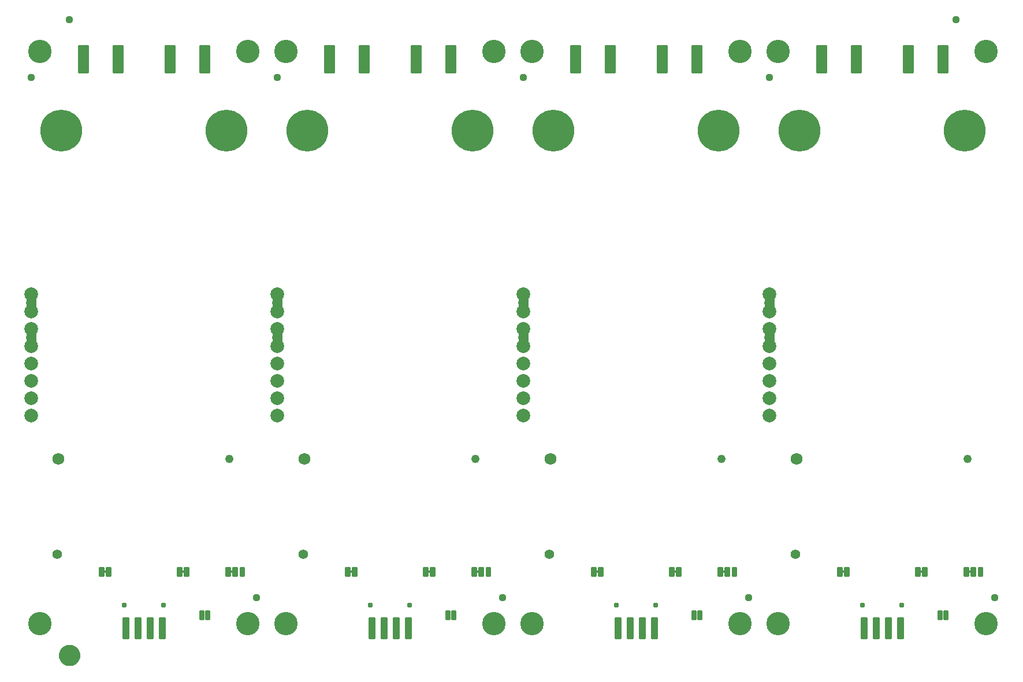
<source format=gbs>
G04 EAGLE Gerber RS-274X export*
G75*
%MOMM*%
%FSLAX34Y34*%
%LPD*%
%INSoldermask Bottom*%
%IPPOS*%
%AMOC8*
5,1,8,0,0,1.08239X$1,22.5*%
G01*
%ADD10C,1.127000*%
%ADD11C,3.429000*%
%ADD12C,0.777000*%
%ADD13C,0.228600*%
%ADD14C,2.006600*%
%ADD15C,0.227778*%
%ADD16C,6.127000*%
%ADD17C,1.397000*%
%ADD18C,0.228344*%
%ADD19C,1.227000*%
%ADD20C,1.727000*%
%ADD21C,0.225938*%
%ADD22C,1.270000*%
%ADD23C,1.627000*%

G36*
X740729Y492772D02*
X740729Y492772D01*
X740795Y492774D01*
X740838Y492792D01*
X740885Y492800D01*
X740942Y492834D01*
X741002Y492859D01*
X741037Y492890D01*
X741078Y492915D01*
X741120Y492966D01*
X741168Y493010D01*
X741190Y493052D01*
X741219Y493089D01*
X741240Y493151D01*
X741271Y493210D01*
X741279Y493264D01*
X741291Y493301D01*
X741290Y493341D01*
X741298Y493395D01*
X741298Y497205D01*
X741287Y497270D01*
X741285Y497336D01*
X741267Y497379D01*
X741259Y497426D01*
X741225Y497483D01*
X741200Y497543D01*
X741169Y497578D01*
X741144Y497619D01*
X741093Y497661D01*
X741049Y497709D01*
X741007Y497731D01*
X740970Y497760D01*
X740908Y497781D01*
X740849Y497812D01*
X740795Y497820D01*
X740758Y497832D01*
X740718Y497831D01*
X740664Y497839D01*
X727456Y497839D01*
X727391Y497828D01*
X727325Y497826D01*
X727282Y497808D01*
X727235Y497800D01*
X727178Y497766D01*
X727118Y497741D01*
X727083Y497710D01*
X727042Y497685D01*
X727001Y497634D01*
X726952Y497590D01*
X726930Y497548D01*
X726901Y497511D01*
X726880Y497449D01*
X726849Y497390D01*
X726841Y497336D01*
X726829Y497299D01*
X726829Y497295D01*
X726829Y497294D01*
X726830Y497259D01*
X726822Y497205D01*
X726822Y493395D01*
X726833Y493330D01*
X726835Y493264D01*
X726853Y493221D01*
X726861Y493174D01*
X726895Y493117D01*
X726920Y493057D01*
X726951Y493022D01*
X726976Y492981D01*
X727027Y492940D01*
X727071Y492891D01*
X727113Y492869D01*
X727150Y492840D01*
X727212Y492819D01*
X727271Y492788D01*
X727325Y492780D01*
X727362Y492768D01*
X727402Y492769D01*
X727456Y492761D01*
X740664Y492761D01*
X740729Y492772D01*
G37*
G36*
X380049Y492772D02*
X380049Y492772D01*
X380115Y492774D01*
X380158Y492792D01*
X380205Y492800D01*
X380262Y492834D01*
X380322Y492859D01*
X380357Y492890D01*
X380398Y492915D01*
X380440Y492966D01*
X380488Y493010D01*
X380510Y493052D01*
X380539Y493089D01*
X380560Y493151D01*
X380591Y493210D01*
X380599Y493264D01*
X380611Y493301D01*
X380610Y493341D01*
X380618Y493395D01*
X380618Y497205D01*
X380607Y497270D01*
X380605Y497336D01*
X380587Y497379D01*
X380579Y497426D01*
X380545Y497483D01*
X380520Y497543D01*
X380489Y497578D01*
X380464Y497619D01*
X380413Y497661D01*
X380369Y497709D01*
X380327Y497731D01*
X380290Y497760D01*
X380228Y497781D01*
X380169Y497812D01*
X380115Y497820D01*
X380078Y497832D01*
X380038Y497831D01*
X379984Y497839D01*
X366776Y497839D01*
X366711Y497828D01*
X366645Y497826D01*
X366602Y497808D01*
X366555Y497800D01*
X366498Y497766D01*
X366438Y497741D01*
X366403Y497710D01*
X366362Y497685D01*
X366321Y497634D01*
X366272Y497590D01*
X366250Y497548D01*
X366221Y497511D01*
X366200Y497449D01*
X366169Y497390D01*
X366161Y497336D01*
X366149Y497299D01*
X366149Y497295D01*
X366149Y497294D01*
X366150Y497259D01*
X366142Y497205D01*
X366142Y493395D01*
X366153Y493330D01*
X366155Y493264D01*
X366173Y493221D01*
X366181Y493174D01*
X366215Y493117D01*
X366240Y493057D01*
X366271Y493022D01*
X366296Y492981D01*
X366347Y492940D01*
X366391Y492891D01*
X366433Y492869D01*
X366470Y492840D01*
X366532Y492819D01*
X366591Y492788D01*
X366645Y492780D01*
X366682Y492768D01*
X366722Y492769D01*
X366776Y492761D01*
X379984Y492761D01*
X380049Y492772D01*
G37*
G36*
X1101409Y492772D02*
X1101409Y492772D01*
X1101475Y492774D01*
X1101518Y492792D01*
X1101565Y492800D01*
X1101622Y492834D01*
X1101682Y492859D01*
X1101717Y492890D01*
X1101758Y492915D01*
X1101800Y492966D01*
X1101848Y493010D01*
X1101870Y493052D01*
X1101899Y493089D01*
X1101920Y493151D01*
X1101951Y493210D01*
X1101959Y493264D01*
X1101971Y493301D01*
X1101970Y493341D01*
X1101978Y493395D01*
X1101978Y497205D01*
X1101967Y497270D01*
X1101965Y497336D01*
X1101947Y497379D01*
X1101939Y497426D01*
X1101905Y497483D01*
X1101880Y497543D01*
X1101849Y497578D01*
X1101824Y497619D01*
X1101773Y497661D01*
X1101729Y497709D01*
X1101687Y497731D01*
X1101650Y497760D01*
X1101588Y497781D01*
X1101529Y497812D01*
X1101475Y497820D01*
X1101438Y497832D01*
X1101398Y497831D01*
X1101344Y497839D01*
X1088136Y497839D01*
X1088071Y497828D01*
X1088005Y497826D01*
X1087962Y497808D01*
X1087915Y497800D01*
X1087858Y497766D01*
X1087798Y497741D01*
X1087763Y497710D01*
X1087722Y497685D01*
X1087681Y497634D01*
X1087632Y497590D01*
X1087610Y497548D01*
X1087581Y497511D01*
X1087560Y497449D01*
X1087529Y497390D01*
X1087521Y497336D01*
X1087509Y497299D01*
X1087509Y497295D01*
X1087509Y497294D01*
X1087510Y497259D01*
X1087502Y497205D01*
X1087502Y493395D01*
X1087513Y493330D01*
X1087515Y493264D01*
X1087533Y493221D01*
X1087541Y493174D01*
X1087575Y493117D01*
X1087600Y493057D01*
X1087631Y493022D01*
X1087656Y492981D01*
X1087707Y492940D01*
X1087751Y492891D01*
X1087793Y492869D01*
X1087830Y492840D01*
X1087892Y492819D01*
X1087951Y492788D01*
X1088005Y492780D01*
X1088042Y492768D01*
X1088082Y492769D01*
X1088136Y492761D01*
X1101344Y492761D01*
X1101409Y492772D01*
G37*
G36*
X19369Y492772D02*
X19369Y492772D01*
X19435Y492774D01*
X19478Y492792D01*
X19525Y492800D01*
X19582Y492834D01*
X19642Y492859D01*
X19677Y492890D01*
X19718Y492915D01*
X19760Y492966D01*
X19808Y493010D01*
X19830Y493052D01*
X19859Y493089D01*
X19880Y493151D01*
X19911Y493210D01*
X19919Y493264D01*
X19931Y493301D01*
X19930Y493341D01*
X19938Y493395D01*
X19938Y497205D01*
X19927Y497270D01*
X19925Y497336D01*
X19907Y497379D01*
X19899Y497426D01*
X19865Y497483D01*
X19840Y497543D01*
X19809Y497578D01*
X19784Y497619D01*
X19733Y497661D01*
X19689Y497709D01*
X19647Y497731D01*
X19610Y497760D01*
X19548Y497781D01*
X19489Y497812D01*
X19435Y497820D01*
X19398Y497832D01*
X19358Y497831D01*
X19304Y497839D01*
X6096Y497839D01*
X6031Y497828D01*
X5965Y497826D01*
X5922Y497808D01*
X5875Y497800D01*
X5818Y497766D01*
X5758Y497741D01*
X5723Y497710D01*
X5682Y497685D01*
X5641Y497634D01*
X5592Y497590D01*
X5570Y497548D01*
X5541Y497511D01*
X5520Y497449D01*
X5489Y497390D01*
X5481Y497336D01*
X5469Y497299D01*
X5469Y497295D01*
X5469Y497294D01*
X5470Y497259D01*
X5462Y497205D01*
X5462Y493395D01*
X5473Y493330D01*
X5475Y493264D01*
X5493Y493221D01*
X5501Y493174D01*
X5535Y493117D01*
X5560Y493057D01*
X5591Y493022D01*
X5616Y492981D01*
X5667Y492940D01*
X5711Y492891D01*
X5753Y492869D01*
X5790Y492840D01*
X5852Y492819D01*
X5911Y492788D01*
X5965Y492780D01*
X6002Y492768D01*
X6042Y492769D01*
X6096Y492761D01*
X19304Y492761D01*
X19369Y492772D01*
G37*
G36*
X1101409Y441972D02*
X1101409Y441972D01*
X1101475Y441974D01*
X1101518Y441992D01*
X1101565Y442000D01*
X1101622Y442034D01*
X1101682Y442059D01*
X1101717Y442090D01*
X1101758Y442115D01*
X1101800Y442166D01*
X1101848Y442210D01*
X1101870Y442252D01*
X1101899Y442289D01*
X1101920Y442351D01*
X1101951Y442410D01*
X1101959Y442464D01*
X1101971Y442501D01*
X1101970Y442541D01*
X1101978Y442595D01*
X1101978Y446405D01*
X1101967Y446470D01*
X1101965Y446536D01*
X1101947Y446579D01*
X1101939Y446626D01*
X1101905Y446683D01*
X1101880Y446743D01*
X1101849Y446778D01*
X1101824Y446819D01*
X1101773Y446861D01*
X1101729Y446909D01*
X1101687Y446931D01*
X1101650Y446960D01*
X1101588Y446981D01*
X1101529Y447012D01*
X1101475Y447020D01*
X1101438Y447032D01*
X1101398Y447031D01*
X1101344Y447039D01*
X1088136Y447039D01*
X1088071Y447028D01*
X1088005Y447026D01*
X1087962Y447008D01*
X1087915Y447000D01*
X1087858Y446966D01*
X1087798Y446941D01*
X1087763Y446910D01*
X1087722Y446885D01*
X1087681Y446834D01*
X1087632Y446790D01*
X1087610Y446748D01*
X1087581Y446711D01*
X1087560Y446649D01*
X1087529Y446590D01*
X1087521Y446536D01*
X1087509Y446499D01*
X1087509Y446495D01*
X1087509Y446494D01*
X1087510Y446459D01*
X1087502Y446405D01*
X1087502Y442595D01*
X1087513Y442530D01*
X1087515Y442464D01*
X1087533Y442421D01*
X1087541Y442374D01*
X1087575Y442317D01*
X1087600Y442257D01*
X1087631Y442222D01*
X1087656Y442181D01*
X1087707Y442140D01*
X1087751Y442091D01*
X1087793Y442069D01*
X1087830Y442040D01*
X1087892Y442019D01*
X1087951Y441988D01*
X1088005Y441980D01*
X1088042Y441968D01*
X1088082Y441969D01*
X1088136Y441961D01*
X1101344Y441961D01*
X1101409Y441972D01*
G37*
G36*
X740729Y441972D02*
X740729Y441972D01*
X740795Y441974D01*
X740838Y441992D01*
X740885Y442000D01*
X740942Y442034D01*
X741002Y442059D01*
X741037Y442090D01*
X741078Y442115D01*
X741120Y442166D01*
X741168Y442210D01*
X741190Y442252D01*
X741219Y442289D01*
X741240Y442351D01*
X741271Y442410D01*
X741279Y442464D01*
X741291Y442501D01*
X741290Y442541D01*
X741298Y442595D01*
X741298Y446405D01*
X741287Y446470D01*
X741285Y446536D01*
X741267Y446579D01*
X741259Y446626D01*
X741225Y446683D01*
X741200Y446743D01*
X741169Y446778D01*
X741144Y446819D01*
X741093Y446861D01*
X741049Y446909D01*
X741007Y446931D01*
X740970Y446960D01*
X740908Y446981D01*
X740849Y447012D01*
X740795Y447020D01*
X740758Y447032D01*
X740718Y447031D01*
X740664Y447039D01*
X727456Y447039D01*
X727391Y447028D01*
X727325Y447026D01*
X727282Y447008D01*
X727235Y447000D01*
X727178Y446966D01*
X727118Y446941D01*
X727083Y446910D01*
X727042Y446885D01*
X727001Y446834D01*
X726952Y446790D01*
X726930Y446748D01*
X726901Y446711D01*
X726880Y446649D01*
X726849Y446590D01*
X726841Y446536D01*
X726829Y446499D01*
X726829Y446495D01*
X726829Y446494D01*
X726830Y446459D01*
X726822Y446405D01*
X726822Y442595D01*
X726833Y442530D01*
X726835Y442464D01*
X726853Y442421D01*
X726861Y442374D01*
X726895Y442317D01*
X726920Y442257D01*
X726951Y442222D01*
X726976Y442181D01*
X727027Y442140D01*
X727071Y442091D01*
X727113Y442069D01*
X727150Y442040D01*
X727212Y442019D01*
X727271Y441988D01*
X727325Y441980D01*
X727362Y441968D01*
X727402Y441969D01*
X727456Y441961D01*
X740664Y441961D01*
X740729Y441972D01*
G37*
G36*
X380049Y441972D02*
X380049Y441972D01*
X380115Y441974D01*
X380158Y441992D01*
X380205Y442000D01*
X380262Y442034D01*
X380322Y442059D01*
X380357Y442090D01*
X380398Y442115D01*
X380440Y442166D01*
X380488Y442210D01*
X380510Y442252D01*
X380539Y442289D01*
X380560Y442351D01*
X380591Y442410D01*
X380599Y442464D01*
X380611Y442501D01*
X380610Y442541D01*
X380618Y442595D01*
X380618Y446405D01*
X380607Y446470D01*
X380605Y446536D01*
X380587Y446579D01*
X380579Y446626D01*
X380545Y446683D01*
X380520Y446743D01*
X380489Y446778D01*
X380464Y446819D01*
X380413Y446861D01*
X380369Y446909D01*
X380327Y446931D01*
X380290Y446960D01*
X380228Y446981D01*
X380169Y447012D01*
X380115Y447020D01*
X380078Y447032D01*
X380038Y447031D01*
X379984Y447039D01*
X366776Y447039D01*
X366711Y447028D01*
X366645Y447026D01*
X366602Y447008D01*
X366555Y447000D01*
X366498Y446966D01*
X366438Y446941D01*
X366403Y446910D01*
X366362Y446885D01*
X366321Y446834D01*
X366272Y446790D01*
X366250Y446748D01*
X366221Y446711D01*
X366200Y446649D01*
X366169Y446590D01*
X366161Y446536D01*
X366149Y446499D01*
X366149Y446495D01*
X366149Y446494D01*
X366150Y446459D01*
X366142Y446405D01*
X366142Y442595D01*
X366153Y442530D01*
X366155Y442464D01*
X366173Y442421D01*
X366181Y442374D01*
X366215Y442317D01*
X366240Y442257D01*
X366271Y442222D01*
X366296Y442181D01*
X366347Y442140D01*
X366391Y442091D01*
X366433Y442069D01*
X366470Y442040D01*
X366532Y442019D01*
X366591Y441988D01*
X366645Y441980D01*
X366682Y441968D01*
X366722Y441969D01*
X366776Y441961D01*
X379984Y441961D01*
X380049Y441972D01*
G37*
G36*
X19369Y441972D02*
X19369Y441972D01*
X19435Y441974D01*
X19478Y441992D01*
X19525Y442000D01*
X19582Y442034D01*
X19642Y442059D01*
X19677Y442090D01*
X19718Y442115D01*
X19760Y442166D01*
X19808Y442210D01*
X19830Y442252D01*
X19859Y442289D01*
X19880Y442351D01*
X19911Y442410D01*
X19919Y442464D01*
X19931Y442501D01*
X19930Y442541D01*
X19938Y442595D01*
X19938Y446405D01*
X19927Y446470D01*
X19925Y446536D01*
X19907Y446579D01*
X19899Y446626D01*
X19865Y446683D01*
X19840Y446743D01*
X19809Y446778D01*
X19784Y446819D01*
X19733Y446861D01*
X19689Y446909D01*
X19647Y446931D01*
X19610Y446960D01*
X19548Y446981D01*
X19489Y447012D01*
X19435Y447020D01*
X19398Y447032D01*
X19358Y447031D01*
X19304Y447039D01*
X6096Y447039D01*
X6031Y447028D01*
X5965Y447026D01*
X5922Y447008D01*
X5875Y447000D01*
X5818Y446966D01*
X5758Y446941D01*
X5723Y446910D01*
X5682Y446885D01*
X5641Y446834D01*
X5592Y446790D01*
X5570Y446748D01*
X5541Y446711D01*
X5520Y446649D01*
X5489Y446590D01*
X5481Y446536D01*
X5469Y446499D01*
X5469Y446495D01*
X5469Y446494D01*
X5470Y446459D01*
X5462Y446405D01*
X5462Y442595D01*
X5473Y442530D01*
X5475Y442464D01*
X5493Y442421D01*
X5501Y442374D01*
X5535Y442317D01*
X5560Y442257D01*
X5591Y442222D01*
X5616Y442181D01*
X5667Y442140D01*
X5711Y442091D01*
X5753Y442069D01*
X5790Y442040D01*
X5852Y442019D01*
X5911Y441988D01*
X5965Y441980D01*
X6002Y441968D01*
X6042Y441969D01*
X6096Y441961D01*
X19304Y441961D01*
X19369Y441972D01*
G37*
G36*
X483300Y99707D02*
X483300Y99707D01*
X483366Y99709D01*
X483409Y99727D01*
X483456Y99735D01*
X483513Y99769D01*
X483573Y99794D01*
X483608Y99825D01*
X483649Y99850D01*
X483691Y99901D01*
X483739Y99945D01*
X483761Y99987D01*
X483790Y100024D01*
X483811Y100086D01*
X483842Y100145D01*
X483850Y100199D01*
X483862Y100236D01*
X483861Y100276D01*
X483869Y100330D01*
X483869Y102870D01*
X483858Y102935D01*
X483856Y103001D01*
X483838Y103044D01*
X483830Y103091D01*
X483796Y103148D01*
X483771Y103208D01*
X483740Y103243D01*
X483715Y103284D01*
X483664Y103326D01*
X483620Y103374D01*
X483578Y103396D01*
X483541Y103425D01*
X483479Y103446D01*
X483420Y103477D01*
X483366Y103485D01*
X483329Y103497D01*
X483289Y103496D01*
X483235Y103504D01*
X479425Y103504D01*
X479360Y103493D01*
X479294Y103491D01*
X479251Y103473D01*
X479204Y103465D01*
X479147Y103431D01*
X479087Y103406D01*
X479052Y103375D01*
X479011Y103350D01*
X478970Y103299D01*
X478921Y103255D01*
X478899Y103213D01*
X478870Y103176D01*
X478849Y103114D01*
X478818Y103055D01*
X478810Y103001D01*
X478798Y102964D01*
X478798Y102961D01*
X478799Y102924D01*
X478791Y102870D01*
X478791Y100330D01*
X478802Y100265D01*
X478804Y100199D01*
X478822Y100156D01*
X478830Y100109D01*
X478864Y100052D01*
X478889Y99992D01*
X478920Y99957D01*
X478945Y99916D01*
X478996Y99875D01*
X479040Y99826D01*
X479082Y99804D01*
X479119Y99775D01*
X479181Y99754D01*
X479240Y99723D01*
X479294Y99715D01*
X479331Y99703D01*
X479371Y99704D01*
X479425Y99696D01*
X483235Y99696D01*
X483300Y99707D01*
G37*
G36*
X1029400Y99707D02*
X1029400Y99707D01*
X1029466Y99709D01*
X1029509Y99727D01*
X1029556Y99735D01*
X1029613Y99769D01*
X1029673Y99794D01*
X1029708Y99825D01*
X1029749Y99850D01*
X1029791Y99901D01*
X1029839Y99945D01*
X1029861Y99987D01*
X1029890Y100024D01*
X1029911Y100086D01*
X1029942Y100145D01*
X1029950Y100199D01*
X1029962Y100236D01*
X1029961Y100276D01*
X1029969Y100330D01*
X1029969Y102870D01*
X1029958Y102935D01*
X1029956Y103001D01*
X1029938Y103044D01*
X1029930Y103091D01*
X1029896Y103148D01*
X1029871Y103208D01*
X1029840Y103243D01*
X1029815Y103284D01*
X1029764Y103326D01*
X1029720Y103374D01*
X1029678Y103396D01*
X1029641Y103425D01*
X1029579Y103446D01*
X1029520Y103477D01*
X1029466Y103485D01*
X1029429Y103497D01*
X1029389Y103496D01*
X1029335Y103504D01*
X1025525Y103504D01*
X1025460Y103493D01*
X1025394Y103491D01*
X1025351Y103473D01*
X1025304Y103465D01*
X1025247Y103431D01*
X1025187Y103406D01*
X1025152Y103375D01*
X1025111Y103350D01*
X1025070Y103299D01*
X1025021Y103255D01*
X1024999Y103213D01*
X1024970Y103176D01*
X1024949Y103114D01*
X1024918Y103055D01*
X1024910Y103001D01*
X1024898Y102964D01*
X1024898Y102961D01*
X1024899Y102924D01*
X1024891Y102870D01*
X1024891Y100330D01*
X1024902Y100265D01*
X1024904Y100199D01*
X1024922Y100156D01*
X1024930Y100109D01*
X1024964Y100052D01*
X1024989Y99992D01*
X1025020Y99957D01*
X1025045Y99916D01*
X1025096Y99875D01*
X1025140Y99826D01*
X1025182Y99804D01*
X1025219Y99775D01*
X1025281Y99754D01*
X1025340Y99723D01*
X1025394Y99715D01*
X1025431Y99703D01*
X1025471Y99704D01*
X1025525Y99696D01*
X1029335Y99696D01*
X1029400Y99707D01*
G37*
G36*
X122620Y99707D02*
X122620Y99707D01*
X122686Y99709D01*
X122729Y99727D01*
X122776Y99735D01*
X122833Y99769D01*
X122893Y99794D01*
X122928Y99825D01*
X122969Y99850D01*
X123011Y99901D01*
X123059Y99945D01*
X123081Y99987D01*
X123110Y100024D01*
X123131Y100086D01*
X123162Y100145D01*
X123170Y100199D01*
X123182Y100236D01*
X123181Y100276D01*
X123189Y100330D01*
X123189Y102870D01*
X123178Y102935D01*
X123176Y103001D01*
X123158Y103044D01*
X123150Y103091D01*
X123116Y103148D01*
X123091Y103208D01*
X123060Y103243D01*
X123035Y103284D01*
X122984Y103326D01*
X122940Y103374D01*
X122898Y103396D01*
X122861Y103425D01*
X122799Y103446D01*
X122740Y103477D01*
X122686Y103485D01*
X122649Y103497D01*
X122609Y103496D01*
X122555Y103504D01*
X118745Y103504D01*
X118680Y103493D01*
X118614Y103491D01*
X118571Y103473D01*
X118524Y103465D01*
X118467Y103431D01*
X118407Y103406D01*
X118372Y103375D01*
X118331Y103350D01*
X118290Y103299D01*
X118241Y103255D01*
X118219Y103213D01*
X118190Y103176D01*
X118169Y103114D01*
X118138Y103055D01*
X118130Y103001D01*
X118118Y102964D01*
X118118Y102961D01*
X118119Y102924D01*
X118111Y102870D01*
X118111Y100330D01*
X118122Y100265D01*
X118124Y100199D01*
X118142Y100156D01*
X118150Y100109D01*
X118184Y100052D01*
X118209Y99992D01*
X118240Y99957D01*
X118265Y99916D01*
X118316Y99875D01*
X118360Y99826D01*
X118402Y99804D01*
X118439Y99775D01*
X118501Y99754D01*
X118560Y99723D01*
X118614Y99715D01*
X118651Y99703D01*
X118691Y99704D01*
X118745Y99696D01*
X122555Y99696D01*
X122620Y99707D01*
G37*
G36*
X597600Y99707D02*
X597600Y99707D01*
X597666Y99709D01*
X597709Y99727D01*
X597756Y99735D01*
X597813Y99769D01*
X597873Y99794D01*
X597908Y99825D01*
X597949Y99850D01*
X597991Y99901D01*
X598039Y99945D01*
X598061Y99987D01*
X598090Y100024D01*
X598111Y100086D01*
X598142Y100145D01*
X598150Y100199D01*
X598162Y100236D01*
X598161Y100276D01*
X598169Y100330D01*
X598169Y102870D01*
X598158Y102935D01*
X598156Y103001D01*
X598138Y103044D01*
X598130Y103091D01*
X598096Y103148D01*
X598071Y103208D01*
X598040Y103243D01*
X598015Y103284D01*
X597964Y103326D01*
X597920Y103374D01*
X597878Y103396D01*
X597841Y103425D01*
X597779Y103446D01*
X597720Y103477D01*
X597666Y103485D01*
X597629Y103497D01*
X597589Y103496D01*
X597535Y103504D01*
X593725Y103504D01*
X593660Y103493D01*
X593594Y103491D01*
X593551Y103473D01*
X593504Y103465D01*
X593447Y103431D01*
X593387Y103406D01*
X593352Y103375D01*
X593311Y103350D01*
X593270Y103299D01*
X593221Y103255D01*
X593199Y103213D01*
X593170Y103176D01*
X593149Y103114D01*
X593118Y103055D01*
X593110Y103001D01*
X593098Y102964D01*
X593098Y102961D01*
X593099Y102924D01*
X593091Y102870D01*
X593091Y100330D01*
X593102Y100265D01*
X593104Y100199D01*
X593122Y100156D01*
X593130Y100109D01*
X593164Y100052D01*
X593189Y99992D01*
X593220Y99957D01*
X593245Y99916D01*
X593296Y99875D01*
X593340Y99826D01*
X593382Y99804D01*
X593419Y99775D01*
X593481Y99754D01*
X593540Y99723D01*
X593594Y99715D01*
X593631Y99703D01*
X593671Y99704D01*
X593725Y99696D01*
X597535Y99696D01*
X597600Y99707D01*
G37*
G36*
X958280Y99707D02*
X958280Y99707D01*
X958346Y99709D01*
X958389Y99727D01*
X958436Y99735D01*
X958493Y99769D01*
X958553Y99794D01*
X958588Y99825D01*
X958629Y99850D01*
X958671Y99901D01*
X958719Y99945D01*
X958741Y99987D01*
X958770Y100024D01*
X958791Y100086D01*
X958822Y100145D01*
X958830Y100199D01*
X958842Y100236D01*
X958841Y100276D01*
X958849Y100330D01*
X958849Y102870D01*
X958838Y102935D01*
X958836Y103001D01*
X958818Y103044D01*
X958810Y103091D01*
X958776Y103148D01*
X958751Y103208D01*
X958720Y103243D01*
X958695Y103284D01*
X958644Y103326D01*
X958600Y103374D01*
X958558Y103396D01*
X958521Y103425D01*
X958459Y103446D01*
X958400Y103477D01*
X958346Y103485D01*
X958309Y103497D01*
X958269Y103496D01*
X958215Y103504D01*
X954405Y103504D01*
X954340Y103493D01*
X954274Y103491D01*
X954231Y103473D01*
X954184Y103465D01*
X954127Y103431D01*
X954067Y103406D01*
X954032Y103375D01*
X953991Y103350D01*
X953950Y103299D01*
X953901Y103255D01*
X953879Y103213D01*
X953850Y103176D01*
X953829Y103114D01*
X953798Y103055D01*
X953790Y103001D01*
X953778Y102964D01*
X953778Y102961D01*
X953779Y102924D01*
X953771Y102870D01*
X953771Y100330D01*
X953782Y100265D01*
X953784Y100199D01*
X953802Y100156D01*
X953810Y100109D01*
X953844Y100052D01*
X953869Y99992D01*
X953900Y99957D01*
X953925Y99916D01*
X953976Y99875D01*
X954020Y99826D01*
X954062Y99804D01*
X954099Y99775D01*
X954161Y99754D01*
X954220Y99723D01*
X954274Y99715D01*
X954311Y99703D01*
X954351Y99704D01*
X954405Y99696D01*
X958215Y99696D01*
X958280Y99707D01*
G37*
G36*
X668720Y99707D02*
X668720Y99707D01*
X668786Y99709D01*
X668829Y99727D01*
X668876Y99735D01*
X668933Y99769D01*
X668993Y99794D01*
X669028Y99825D01*
X669069Y99850D01*
X669111Y99901D01*
X669159Y99945D01*
X669181Y99987D01*
X669210Y100024D01*
X669231Y100086D01*
X669262Y100145D01*
X669270Y100199D01*
X669282Y100236D01*
X669281Y100276D01*
X669289Y100330D01*
X669289Y102870D01*
X669278Y102935D01*
X669276Y103001D01*
X669258Y103044D01*
X669250Y103091D01*
X669216Y103148D01*
X669191Y103208D01*
X669160Y103243D01*
X669135Y103284D01*
X669084Y103326D01*
X669040Y103374D01*
X668998Y103396D01*
X668961Y103425D01*
X668899Y103446D01*
X668840Y103477D01*
X668786Y103485D01*
X668749Y103497D01*
X668709Y103496D01*
X668655Y103504D01*
X664845Y103504D01*
X664780Y103493D01*
X664714Y103491D01*
X664671Y103473D01*
X664624Y103465D01*
X664567Y103431D01*
X664507Y103406D01*
X664472Y103375D01*
X664431Y103350D01*
X664390Y103299D01*
X664341Y103255D01*
X664319Y103213D01*
X664290Y103176D01*
X664269Y103114D01*
X664238Y103055D01*
X664230Y103001D01*
X664218Y102964D01*
X664218Y102961D01*
X664219Y102924D01*
X664211Y102870D01*
X664211Y100330D01*
X664222Y100265D01*
X664224Y100199D01*
X664242Y100156D01*
X664250Y100109D01*
X664284Y100052D01*
X664309Y99992D01*
X664340Y99957D01*
X664365Y99916D01*
X664416Y99875D01*
X664460Y99826D01*
X664502Y99804D01*
X664539Y99775D01*
X664601Y99754D01*
X664660Y99723D01*
X664714Y99715D01*
X664751Y99703D01*
X664791Y99704D01*
X664845Y99696D01*
X668655Y99696D01*
X668720Y99707D01*
G37*
G36*
X308040Y99707D02*
X308040Y99707D01*
X308106Y99709D01*
X308149Y99727D01*
X308196Y99735D01*
X308253Y99769D01*
X308313Y99794D01*
X308348Y99825D01*
X308389Y99850D01*
X308431Y99901D01*
X308479Y99945D01*
X308501Y99987D01*
X308530Y100024D01*
X308551Y100086D01*
X308582Y100145D01*
X308590Y100199D01*
X308602Y100236D01*
X308601Y100276D01*
X308609Y100330D01*
X308609Y102870D01*
X308598Y102935D01*
X308596Y103001D01*
X308578Y103044D01*
X308570Y103091D01*
X308536Y103148D01*
X308511Y103208D01*
X308480Y103243D01*
X308455Y103284D01*
X308404Y103326D01*
X308360Y103374D01*
X308318Y103396D01*
X308281Y103425D01*
X308219Y103446D01*
X308160Y103477D01*
X308106Y103485D01*
X308069Y103497D01*
X308029Y103496D01*
X307975Y103504D01*
X304165Y103504D01*
X304100Y103493D01*
X304034Y103491D01*
X303991Y103473D01*
X303944Y103465D01*
X303887Y103431D01*
X303827Y103406D01*
X303792Y103375D01*
X303751Y103350D01*
X303710Y103299D01*
X303661Y103255D01*
X303639Y103213D01*
X303610Y103176D01*
X303589Y103114D01*
X303558Y103055D01*
X303550Y103001D01*
X303538Y102964D01*
X303538Y102961D01*
X303539Y102924D01*
X303531Y102870D01*
X303531Y100330D01*
X303542Y100265D01*
X303544Y100199D01*
X303562Y100156D01*
X303570Y100109D01*
X303604Y100052D01*
X303629Y99992D01*
X303660Y99957D01*
X303685Y99916D01*
X303736Y99875D01*
X303780Y99826D01*
X303822Y99804D01*
X303859Y99775D01*
X303921Y99754D01*
X303980Y99723D01*
X304034Y99715D01*
X304071Y99703D01*
X304111Y99704D01*
X304165Y99696D01*
X307975Y99696D01*
X308040Y99707D01*
G37*
G36*
X1390080Y99707D02*
X1390080Y99707D01*
X1390146Y99709D01*
X1390189Y99727D01*
X1390236Y99735D01*
X1390293Y99769D01*
X1390353Y99794D01*
X1390388Y99825D01*
X1390429Y99850D01*
X1390471Y99901D01*
X1390519Y99945D01*
X1390541Y99987D01*
X1390570Y100024D01*
X1390591Y100086D01*
X1390622Y100145D01*
X1390630Y100199D01*
X1390642Y100236D01*
X1390641Y100276D01*
X1390649Y100330D01*
X1390649Y102870D01*
X1390638Y102935D01*
X1390636Y103001D01*
X1390618Y103044D01*
X1390610Y103091D01*
X1390576Y103148D01*
X1390551Y103208D01*
X1390520Y103243D01*
X1390495Y103284D01*
X1390444Y103326D01*
X1390400Y103374D01*
X1390358Y103396D01*
X1390321Y103425D01*
X1390259Y103446D01*
X1390200Y103477D01*
X1390146Y103485D01*
X1390109Y103497D01*
X1390069Y103496D01*
X1390015Y103504D01*
X1386205Y103504D01*
X1386140Y103493D01*
X1386074Y103491D01*
X1386031Y103473D01*
X1385984Y103465D01*
X1385927Y103431D01*
X1385867Y103406D01*
X1385832Y103375D01*
X1385791Y103350D01*
X1385750Y103299D01*
X1385701Y103255D01*
X1385679Y103213D01*
X1385650Y103176D01*
X1385629Y103114D01*
X1385598Y103055D01*
X1385590Y103001D01*
X1385578Y102964D01*
X1385578Y102961D01*
X1385579Y102924D01*
X1385571Y102870D01*
X1385571Y100330D01*
X1385582Y100265D01*
X1385584Y100199D01*
X1385602Y100156D01*
X1385610Y100109D01*
X1385644Y100052D01*
X1385669Y99992D01*
X1385700Y99957D01*
X1385725Y99916D01*
X1385776Y99875D01*
X1385820Y99826D01*
X1385862Y99804D01*
X1385899Y99775D01*
X1385961Y99754D01*
X1386020Y99723D01*
X1386074Y99715D01*
X1386111Y99703D01*
X1386151Y99704D01*
X1386205Y99696D01*
X1390015Y99696D01*
X1390080Y99707D01*
G37*
G36*
X236920Y99707D02*
X236920Y99707D01*
X236986Y99709D01*
X237029Y99727D01*
X237076Y99735D01*
X237133Y99769D01*
X237193Y99794D01*
X237228Y99825D01*
X237269Y99850D01*
X237311Y99901D01*
X237359Y99945D01*
X237381Y99987D01*
X237410Y100024D01*
X237431Y100086D01*
X237462Y100145D01*
X237470Y100199D01*
X237482Y100236D01*
X237481Y100276D01*
X237489Y100330D01*
X237489Y102870D01*
X237478Y102935D01*
X237476Y103001D01*
X237458Y103044D01*
X237450Y103091D01*
X237416Y103148D01*
X237391Y103208D01*
X237360Y103243D01*
X237335Y103284D01*
X237284Y103326D01*
X237240Y103374D01*
X237198Y103396D01*
X237161Y103425D01*
X237099Y103446D01*
X237040Y103477D01*
X236986Y103485D01*
X236949Y103497D01*
X236909Y103496D01*
X236855Y103504D01*
X233045Y103504D01*
X232980Y103493D01*
X232914Y103491D01*
X232871Y103473D01*
X232824Y103465D01*
X232767Y103431D01*
X232707Y103406D01*
X232672Y103375D01*
X232631Y103350D01*
X232590Y103299D01*
X232541Y103255D01*
X232519Y103213D01*
X232490Y103176D01*
X232469Y103114D01*
X232438Y103055D01*
X232430Y103001D01*
X232418Y102964D01*
X232418Y102961D01*
X232419Y102924D01*
X232411Y102870D01*
X232411Y100330D01*
X232422Y100265D01*
X232424Y100199D01*
X232442Y100156D01*
X232450Y100109D01*
X232484Y100052D01*
X232509Y99992D01*
X232540Y99957D01*
X232565Y99916D01*
X232616Y99875D01*
X232660Y99826D01*
X232702Y99804D01*
X232739Y99775D01*
X232801Y99754D01*
X232860Y99723D01*
X232914Y99715D01*
X232951Y99703D01*
X232991Y99704D01*
X233045Y99696D01*
X236855Y99696D01*
X236920Y99707D01*
G37*
G36*
X1204660Y99707D02*
X1204660Y99707D01*
X1204726Y99709D01*
X1204769Y99727D01*
X1204816Y99735D01*
X1204873Y99769D01*
X1204933Y99794D01*
X1204968Y99825D01*
X1205009Y99850D01*
X1205051Y99901D01*
X1205099Y99945D01*
X1205121Y99987D01*
X1205150Y100024D01*
X1205171Y100086D01*
X1205202Y100145D01*
X1205210Y100199D01*
X1205222Y100236D01*
X1205221Y100276D01*
X1205229Y100330D01*
X1205229Y102870D01*
X1205218Y102935D01*
X1205216Y103001D01*
X1205198Y103044D01*
X1205190Y103091D01*
X1205156Y103148D01*
X1205131Y103208D01*
X1205100Y103243D01*
X1205075Y103284D01*
X1205024Y103326D01*
X1204980Y103374D01*
X1204938Y103396D01*
X1204901Y103425D01*
X1204839Y103446D01*
X1204780Y103477D01*
X1204726Y103485D01*
X1204689Y103497D01*
X1204649Y103496D01*
X1204595Y103504D01*
X1200785Y103504D01*
X1200720Y103493D01*
X1200654Y103491D01*
X1200611Y103473D01*
X1200564Y103465D01*
X1200507Y103431D01*
X1200447Y103406D01*
X1200412Y103375D01*
X1200371Y103350D01*
X1200330Y103299D01*
X1200281Y103255D01*
X1200259Y103213D01*
X1200230Y103176D01*
X1200209Y103114D01*
X1200178Y103055D01*
X1200170Y103001D01*
X1200158Y102964D01*
X1200158Y102961D01*
X1200159Y102924D01*
X1200151Y102870D01*
X1200151Y100330D01*
X1200162Y100265D01*
X1200164Y100199D01*
X1200182Y100156D01*
X1200190Y100109D01*
X1200224Y100052D01*
X1200249Y99992D01*
X1200280Y99957D01*
X1200305Y99916D01*
X1200356Y99875D01*
X1200400Y99826D01*
X1200442Y99804D01*
X1200479Y99775D01*
X1200541Y99754D01*
X1200600Y99723D01*
X1200654Y99715D01*
X1200691Y99703D01*
X1200731Y99704D01*
X1200785Y99696D01*
X1204595Y99696D01*
X1204660Y99707D01*
G37*
G36*
X843980Y99707D02*
X843980Y99707D01*
X844046Y99709D01*
X844089Y99727D01*
X844136Y99735D01*
X844193Y99769D01*
X844253Y99794D01*
X844288Y99825D01*
X844329Y99850D01*
X844371Y99901D01*
X844419Y99945D01*
X844441Y99987D01*
X844470Y100024D01*
X844491Y100086D01*
X844522Y100145D01*
X844530Y100199D01*
X844542Y100236D01*
X844541Y100276D01*
X844549Y100330D01*
X844549Y102870D01*
X844538Y102935D01*
X844536Y103001D01*
X844518Y103044D01*
X844510Y103091D01*
X844476Y103148D01*
X844451Y103208D01*
X844420Y103243D01*
X844395Y103284D01*
X844344Y103326D01*
X844300Y103374D01*
X844258Y103396D01*
X844221Y103425D01*
X844159Y103446D01*
X844100Y103477D01*
X844046Y103485D01*
X844009Y103497D01*
X843969Y103496D01*
X843915Y103504D01*
X840105Y103504D01*
X840040Y103493D01*
X839974Y103491D01*
X839931Y103473D01*
X839884Y103465D01*
X839827Y103431D01*
X839767Y103406D01*
X839732Y103375D01*
X839691Y103350D01*
X839650Y103299D01*
X839601Y103255D01*
X839579Y103213D01*
X839550Y103176D01*
X839529Y103114D01*
X839498Y103055D01*
X839490Y103001D01*
X839478Y102964D01*
X839478Y102961D01*
X839479Y102924D01*
X839471Y102870D01*
X839471Y100330D01*
X839482Y100265D01*
X839484Y100199D01*
X839502Y100156D01*
X839510Y100109D01*
X839544Y100052D01*
X839569Y99992D01*
X839600Y99957D01*
X839625Y99916D01*
X839676Y99875D01*
X839720Y99826D01*
X839762Y99804D01*
X839799Y99775D01*
X839861Y99754D01*
X839920Y99723D01*
X839974Y99715D01*
X840011Y99703D01*
X840051Y99704D01*
X840105Y99696D01*
X843915Y99696D01*
X843980Y99707D01*
G37*
G36*
X1318960Y99707D02*
X1318960Y99707D01*
X1319026Y99709D01*
X1319069Y99727D01*
X1319116Y99735D01*
X1319173Y99769D01*
X1319233Y99794D01*
X1319268Y99825D01*
X1319309Y99850D01*
X1319351Y99901D01*
X1319399Y99945D01*
X1319421Y99987D01*
X1319450Y100024D01*
X1319471Y100086D01*
X1319502Y100145D01*
X1319510Y100199D01*
X1319522Y100236D01*
X1319521Y100276D01*
X1319529Y100330D01*
X1319529Y102870D01*
X1319518Y102935D01*
X1319516Y103001D01*
X1319498Y103044D01*
X1319490Y103091D01*
X1319456Y103148D01*
X1319431Y103208D01*
X1319400Y103243D01*
X1319375Y103284D01*
X1319324Y103326D01*
X1319280Y103374D01*
X1319238Y103396D01*
X1319201Y103425D01*
X1319139Y103446D01*
X1319080Y103477D01*
X1319026Y103485D01*
X1318989Y103497D01*
X1318949Y103496D01*
X1318895Y103504D01*
X1315085Y103504D01*
X1315020Y103493D01*
X1314954Y103491D01*
X1314911Y103473D01*
X1314864Y103465D01*
X1314807Y103431D01*
X1314747Y103406D01*
X1314712Y103375D01*
X1314671Y103350D01*
X1314630Y103299D01*
X1314581Y103255D01*
X1314559Y103213D01*
X1314530Y103176D01*
X1314509Y103114D01*
X1314478Y103055D01*
X1314470Y103001D01*
X1314458Y102964D01*
X1314458Y102961D01*
X1314459Y102924D01*
X1314451Y102870D01*
X1314451Y100330D01*
X1314462Y100265D01*
X1314464Y100199D01*
X1314482Y100156D01*
X1314490Y100109D01*
X1314524Y100052D01*
X1314549Y99992D01*
X1314580Y99957D01*
X1314605Y99916D01*
X1314656Y99875D01*
X1314700Y99826D01*
X1314742Y99804D01*
X1314779Y99775D01*
X1314841Y99754D01*
X1314900Y99723D01*
X1314954Y99715D01*
X1314991Y99703D01*
X1315031Y99704D01*
X1315085Y99696D01*
X1318895Y99696D01*
X1318960Y99707D01*
G37*
D10*
X342900Y63500D03*
X12700Y825500D03*
D11*
X330200Y863600D03*
X25400Y863600D03*
X330200Y25400D03*
X25400Y25400D03*
D12*
X148900Y52860D03*
X206700Y52860D03*
D13*
X268097Y43942D02*
X273431Y43942D01*
X273431Y32258D01*
X268097Y32258D01*
X268097Y43942D01*
X268097Y34430D02*
X273431Y34430D01*
X273431Y36602D02*
X268097Y36602D01*
X268097Y38774D02*
X273431Y38774D01*
X273431Y40946D02*
X268097Y40946D01*
X268097Y43118D02*
X273431Y43118D01*
X265303Y43942D02*
X259969Y43942D01*
X265303Y43942D02*
X265303Y32258D01*
X259969Y32258D01*
X259969Y43942D01*
X259969Y34430D02*
X265303Y34430D01*
X265303Y36602D02*
X259969Y36602D01*
X259969Y38774D02*
X265303Y38774D01*
X265303Y40946D02*
X259969Y40946D01*
X259969Y43118D02*
X265303Y43118D01*
X6858Y446913D02*
X6858Y452247D01*
X18542Y452247D01*
X18542Y446913D01*
X6858Y446913D01*
X6858Y449085D02*
X18542Y449085D01*
X18542Y451257D02*
X6858Y451257D01*
X6858Y442087D02*
X6858Y436753D01*
X6858Y442087D02*
X18542Y442087D01*
X18542Y436753D01*
X6858Y436753D01*
X6858Y438925D02*
X18542Y438925D01*
X18542Y441097D02*
X6858Y441097D01*
D14*
X12700Y457200D03*
X12700Y431800D03*
D13*
X18542Y487553D02*
X18542Y492887D01*
X18542Y487553D02*
X6858Y487553D01*
X6858Y492887D01*
X18542Y492887D01*
X18542Y489725D02*
X6858Y489725D01*
X6858Y491897D02*
X18542Y491897D01*
X18542Y497713D02*
X18542Y503047D01*
X18542Y497713D02*
X6858Y497713D01*
X6858Y503047D01*
X18542Y503047D01*
X18542Y499885D02*
X6858Y499885D01*
X6858Y502057D02*
X18542Y502057D01*
D14*
X12700Y482600D03*
X12700Y508000D03*
D15*
X81904Y832674D02*
X95896Y832674D01*
X81904Y832674D02*
X81904Y871666D01*
X95896Y871666D01*
X95896Y832674D01*
X95896Y834838D02*
X81904Y834838D01*
X81904Y837002D02*
X95896Y837002D01*
X95896Y839166D02*
X81904Y839166D01*
X81904Y841330D02*
X95896Y841330D01*
X95896Y843494D02*
X81904Y843494D01*
X81904Y845658D02*
X95896Y845658D01*
X95896Y847822D02*
X81904Y847822D01*
X81904Y849986D02*
X95896Y849986D01*
X95896Y852150D02*
X81904Y852150D01*
X81904Y854314D02*
X95896Y854314D01*
X95896Y856478D02*
X81904Y856478D01*
X81904Y858642D02*
X95896Y858642D01*
X95896Y860806D02*
X81904Y860806D01*
X81904Y862970D02*
X95896Y862970D01*
X95896Y865134D02*
X81904Y865134D01*
X81904Y867298D02*
X95896Y867298D01*
X95896Y869462D02*
X81904Y869462D01*
X81904Y871626D02*
X95896Y871626D01*
X132704Y832674D02*
X146696Y832674D01*
X132704Y832674D02*
X132704Y871666D01*
X146696Y871666D01*
X146696Y832674D01*
X146696Y834838D02*
X132704Y834838D01*
X132704Y837002D02*
X146696Y837002D01*
X146696Y839166D02*
X132704Y839166D01*
X132704Y841330D02*
X146696Y841330D01*
X146696Y843494D02*
X132704Y843494D01*
X132704Y845658D02*
X146696Y845658D01*
X146696Y847822D02*
X132704Y847822D01*
X132704Y849986D02*
X146696Y849986D01*
X146696Y852150D02*
X132704Y852150D01*
X132704Y854314D02*
X146696Y854314D01*
X146696Y856478D02*
X132704Y856478D01*
X132704Y858642D02*
X146696Y858642D01*
X146696Y860806D02*
X132704Y860806D01*
X132704Y862970D02*
X146696Y862970D01*
X146696Y865134D02*
X132704Y865134D01*
X132704Y867298D02*
X146696Y867298D01*
X146696Y869462D02*
X132704Y869462D01*
X132704Y871626D02*
X146696Y871626D01*
X208904Y832674D02*
X222896Y832674D01*
X208904Y832674D02*
X208904Y871666D01*
X222896Y871666D01*
X222896Y832674D01*
X222896Y834838D02*
X208904Y834838D01*
X208904Y837002D02*
X222896Y837002D01*
X222896Y839166D02*
X208904Y839166D01*
X208904Y841330D02*
X222896Y841330D01*
X222896Y843494D02*
X208904Y843494D01*
X208904Y845658D02*
X222896Y845658D01*
X222896Y847822D02*
X208904Y847822D01*
X208904Y849986D02*
X222896Y849986D01*
X222896Y852150D02*
X208904Y852150D01*
X208904Y854314D02*
X222896Y854314D01*
X222896Y856478D02*
X208904Y856478D01*
X208904Y858642D02*
X222896Y858642D01*
X222896Y860806D02*
X208904Y860806D01*
X208904Y862970D02*
X222896Y862970D01*
X222896Y865134D02*
X208904Y865134D01*
X208904Y867298D02*
X222896Y867298D01*
X222896Y869462D02*
X208904Y869462D01*
X208904Y871626D02*
X222896Y871626D01*
X259704Y832674D02*
X273696Y832674D01*
X259704Y832674D02*
X259704Y871666D01*
X273696Y871666D01*
X273696Y832674D01*
X273696Y834838D02*
X259704Y834838D01*
X259704Y837002D02*
X273696Y837002D01*
X273696Y839166D02*
X259704Y839166D01*
X259704Y841330D02*
X273696Y841330D01*
X273696Y843494D02*
X259704Y843494D01*
X259704Y845658D02*
X273696Y845658D01*
X273696Y847822D02*
X259704Y847822D01*
X259704Y849986D02*
X273696Y849986D01*
X273696Y852150D02*
X259704Y852150D01*
X259704Y854314D02*
X273696Y854314D01*
X273696Y856478D02*
X259704Y856478D01*
X259704Y858642D02*
X273696Y858642D01*
X273696Y860806D02*
X259704Y860806D01*
X259704Y862970D02*
X273696Y862970D01*
X273696Y865134D02*
X259704Y865134D01*
X259704Y867298D02*
X273696Y867298D01*
X273696Y869462D02*
X259704Y869462D01*
X259704Y871626D02*
X273696Y871626D01*
D14*
X12700Y330200D03*
X12700Y355600D03*
X12700Y381000D03*
X12700Y406400D03*
D16*
X56794Y747192D03*
X298806Y747192D03*
D17*
X50800Y127000D03*
D18*
X112647Y95756D02*
X118239Y95756D01*
X112647Y95756D02*
X112647Y107444D01*
X118239Y107444D01*
X118239Y95756D01*
X118239Y97925D02*
X112647Y97925D01*
X112647Y100094D02*
X118239Y100094D01*
X118239Y102263D02*
X112647Y102263D01*
X112647Y104432D02*
X118239Y104432D01*
X118239Y106601D02*
X112647Y106601D01*
X123061Y95756D02*
X128653Y95756D01*
X123061Y95756D02*
X123061Y107444D01*
X128653Y107444D01*
X128653Y95756D01*
X128653Y97925D02*
X123061Y97925D01*
X123061Y100094D02*
X128653Y100094D01*
X128653Y102263D02*
X123061Y102263D01*
X123061Y104432D02*
X128653Y104432D01*
X128653Y106601D02*
X123061Y106601D01*
X226947Y95756D02*
X232539Y95756D01*
X226947Y95756D02*
X226947Y107444D01*
X232539Y107444D01*
X232539Y95756D01*
X232539Y97925D02*
X226947Y97925D01*
X226947Y100094D02*
X232539Y100094D01*
X232539Y102263D02*
X226947Y102263D01*
X226947Y104432D02*
X232539Y104432D01*
X232539Y106601D02*
X226947Y106601D01*
X237361Y95756D02*
X242953Y95756D01*
X237361Y95756D02*
X237361Y107444D01*
X242953Y107444D01*
X242953Y95756D01*
X242953Y97925D02*
X237361Y97925D01*
X237361Y100094D02*
X242953Y100094D01*
X242953Y102263D02*
X237361Y102263D01*
X237361Y104432D02*
X242953Y104432D01*
X242953Y106601D02*
X237361Y106601D01*
D19*
X302800Y266700D03*
D20*
X52800Y266700D03*
D18*
X318768Y107444D02*
X324360Y107444D01*
X324360Y95756D01*
X318768Y95756D01*
X318768Y107444D01*
X318768Y97925D02*
X324360Y97925D01*
X324360Y100094D02*
X318768Y100094D01*
X318768Y102263D02*
X324360Y102263D01*
X324360Y104432D02*
X318768Y104432D01*
X318768Y106601D02*
X324360Y106601D01*
X313946Y107444D02*
X308354Y107444D01*
X313946Y107444D02*
X313946Y95756D01*
X308354Y95756D01*
X308354Y107444D01*
X308354Y97925D02*
X313946Y97925D01*
X313946Y100094D02*
X308354Y100094D01*
X308354Y102263D02*
X313946Y102263D01*
X313946Y104432D02*
X308354Y104432D01*
X308354Y106601D02*
X313946Y106601D01*
X303532Y107444D02*
X297940Y107444D01*
X303532Y107444D02*
X303532Y95756D01*
X297940Y95756D01*
X297940Y107444D01*
X297940Y97925D02*
X303532Y97925D01*
X303532Y100094D02*
X297940Y100094D01*
X297940Y102263D02*
X303532Y102263D01*
X303532Y104432D02*
X297940Y104432D01*
X297940Y106601D02*
X303532Y106601D01*
D21*
X164904Y33556D02*
X164904Y4544D01*
X164904Y33556D02*
X172916Y33556D01*
X172916Y4544D01*
X164904Y4544D01*
X164904Y6690D02*
X172916Y6690D01*
X172916Y8836D02*
X164904Y8836D01*
X164904Y10982D02*
X172916Y10982D01*
X172916Y13128D02*
X164904Y13128D01*
X164904Y15274D02*
X172916Y15274D01*
X172916Y17420D02*
X164904Y17420D01*
X164904Y19566D02*
X172916Y19566D01*
X172916Y21712D02*
X164904Y21712D01*
X164904Y23858D02*
X172916Y23858D01*
X172916Y26004D02*
X164904Y26004D01*
X164904Y28150D02*
X172916Y28150D01*
X172916Y30296D02*
X164904Y30296D01*
X164904Y32442D02*
X172916Y32442D01*
X147124Y33556D02*
X147124Y4544D01*
X147124Y33556D02*
X155136Y33556D01*
X155136Y4544D01*
X147124Y4544D01*
X147124Y6690D02*
X155136Y6690D01*
X155136Y8836D02*
X147124Y8836D01*
X147124Y10982D02*
X155136Y10982D01*
X155136Y13128D02*
X147124Y13128D01*
X147124Y15274D02*
X155136Y15274D01*
X155136Y17420D02*
X147124Y17420D01*
X147124Y19566D02*
X155136Y19566D01*
X155136Y21712D02*
X147124Y21712D01*
X147124Y23858D02*
X155136Y23858D01*
X155136Y26004D02*
X147124Y26004D01*
X147124Y28150D02*
X155136Y28150D01*
X155136Y30296D02*
X147124Y30296D01*
X147124Y32442D02*
X155136Y32442D01*
X182684Y33556D02*
X182684Y4544D01*
X182684Y33556D02*
X190696Y33556D01*
X190696Y4544D01*
X182684Y4544D01*
X182684Y6690D02*
X190696Y6690D01*
X190696Y8836D02*
X182684Y8836D01*
X182684Y10982D02*
X190696Y10982D01*
X190696Y13128D02*
X182684Y13128D01*
X182684Y15274D02*
X190696Y15274D01*
X190696Y17420D02*
X182684Y17420D01*
X182684Y19566D02*
X190696Y19566D01*
X190696Y21712D02*
X182684Y21712D01*
X182684Y23858D02*
X190696Y23858D01*
X190696Y26004D02*
X182684Y26004D01*
X182684Y28150D02*
X190696Y28150D01*
X190696Y30296D02*
X182684Y30296D01*
X182684Y32442D02*
X190696Y32442D01*
X200464Y33556D02*
X200464Y4544D01*
X200464Y33556D02*
X208476Y33556D01*
X208476Y4544D01*
X200464Y4544D01*
X200464Y6690D02*
X208476Y6690D01*
X208476Y8836D02*
X200464Y8836D01*
X200464Y10982D02*
X208476Y10982D01*
X208476Y13128D02*
X200464Y13128D01*
X200464Y15274D02*
X208476Y15274D01*
X208476Y17420D02*
X200464Y17420D01*
X200464Y19566D02*
X208476Y19566D01*
X208476Y21712D02*
X200464Y21712D01*
X200464Y23858D02*
X208476Y23858D01*
X208476Y26004D02*
X200464Y26004D01*
X200464Y28150D02*
X208476Y28150D01*
X208476Y30296D02*
X200464Y30296D01*
X200464Y32442D02*
X208476Y32442D01*
D10*
X703580Y63500D03*
X373380Y825500D03*
D11*
X690880Y863600D03*
X386080Y863600D03*
X690880Y25400D03*
X386080Y25400D03*
D12*
X509580Y52860D03*
X567380Y52860D03*
D13*
X628777Y43942D02*
X634111Y43942D01*
X634111Y32258D01*
X628777Y32258D01*
X628777Y43942D01*
X628777Y34430D02*
X634111Y34430D01*
X634111Y36602D02*
X628777Y36602D01*
X628777Y38774D02*
X634111Y38774D01*
X634111Y40946D02*
X628777Y40946D01*
X628777Y43118D02*
X634111Y43118D01*
X625983Y43942D02*
X620649Y43942D01*
X625983Y43942D02*
X625983Y32258D01*
X620649Y32258D01*
X620649Y43942D01*
X620649Y34430D02*
X625983Y34430D01*
X625983Y36602D02*
X620649Y36602D01*
X620649Y38774D02*
X625983Y38774D01*
X625983Y40946D02*
X620649Y40946D01*
X620649Y43118D02*
X625983Y43118D01*
X367538Y446913D02*
X367538Y452247D01*
X379222Y452247D01*
X379222Y446913D01*
X367538Y446913D01*
X367538Y449085D02*
X379222Y449085D01*
X379222Y451257D02*
X367538Y451257D01*
X367538Y442087D02*
X367538Y436753D01*
X367538Y442087D02*
X379222Y442087D01*
X379222Y436753D01*
X367538Y436753D01*
X367538Y438925D02*
X379222Y438925D01*
X379222Y441097D02*
X367538Y441097D01*
D14*
X373380Y457200D03*
X373380Y431800D03*
D13*
X379222Y487553D02*
X379222Y492887D01*
X379222Y487553D02*
X367538Y487553D01*
X367538Y492887D01*
X379222Y492887D01*
X379222Y489725D02*
X367538Y489725D01*
X367538Y491897D02*
X379222Y491897D01*
X379222Y497713D02*
X379222Y503047D01*
X379222Y497713D02*
X367538Y497713D01*
X367538Y503047D01*
X379222Y503047D01*
X379222Y499885D02*
X367538Y499885D01*
X367538Y502057D02*
X379222Y502057D01*
D14*
X373380Y482600D03*
X373380Y508000D03*
D15*
X442584Y832674D02*
X456576Y832674D01*
X442584Y832674D02*
X442584Y871666D01*
X456576Y871666D01*
X456576Y832674D01*
X456576Y834838D02*
X442584Y834838D01*
X442584Y837002D02*
X456576Y837002D01*
X456576Y839166D02*
X442584Y839166D01*
X442584Y841330D02*
X456576Y841330D01*
X456576Y843494D02*
X442584Y843494D01*
X442584Y845658D02*
X456576Y845658D01*
X456576Y847822D02*
X442584Y847822D01*
X442584Y849986D02*
X456576Y849986D01*
X456576Y852150D02*
X442584Y852150D01*
X442584Y854314D02*
X456576Y854314D01*
X456576Y856478D02*
X442584Y856478D01*
X442584Y858642D02*
X456576Y858642D01*
X456576Y860806D02*
X442584Y860806D01*
X442584Y862970D02*
X456576Y862970D01*
X456576Y865134D02*
X442584Y865134D01*
X442584Y867298D02*
X456576Y867298D01*
X456576Y869462D02*
X442584Y869462D01*
X442584Y871626D02*
X456576Y871626D01*
X493384Y832674D02*
X507376Y832674D01*
X493384Y832674D02*
X493384Y871666D01*
X507376Y871666D01*
X507376Y832674D01*
X507376Y834838D02*
X493384Y834838D01*
X493384Y837002D02*
X507376Y837002D01*
X507376Y839166D02*
X493384Y839166D01*
X493384Y841330D02*
X507376Y841330D01*
X507376Y843494D02*
X493384Y843494D01*
X493384Y845658D02*
X507376Y845658D01*
X507376Y847822D02*
X493384Y847822D01*
X493384Y849986D02*
X507376Y849986D01*
X507376Y852150D02*
X493384Y852150D01*
X493384Y854314D02*
X507376Y854314D01*
X507376Y856478D02*
X493384Y856478D01*
X493384Y858642D02*
X507376Y858642D01*
X507376Y860806D02*
X493384Y860806D01*
X493384Y862970D02*
X507376Y862970D01*
X507376Y865134D02*
X493384Y865134D01*
X493384Y867298D02*
X507376Y867298D01*
X507376Y869462D02*
X493384Y869462D01*
X493384Y871626D02*
X507376Y871626D01*
X569584Y832674D02*
X583576Y832674D01*
X569584Y832674D02*
X569584Y871666D01*
X583576Y871666D01*
X583576Y832674D01*
X583576Y834838D02*
X569584Y834838D01*
X569584Y837002D02*
X583576Y837002D01*
X583576Y839166D02*
X569584Y839166D01*
X569584Y841330D02*
X583576Y841330D01*
X583576Y843494D02*
X569584Y843494D01*
X569584Y845658D02*
X583576Y845658D01*
X583576Y847822D02*
X569584Y847822D01*
X569584Y849986D02*
X583576Y849986D01*
X583576Y852150D02*
X569584Y852150D01*
X569584Y854314D02*
X583576Y854314D01*
X583576Y856478D02*
X569584Y856478D01*
X569584Y858642D02*
X583576Y858642D01*
X583576Y860806D02*
X569584Y860806D01*
X569584Y862970D02*
X583576Y862970D01*
X583576Y865134D02*
X569584Y865134D01*
X569584Y867298D02*
X583576Y867298D01*
X583576Y869462D02*
X569584Y869462D01*
X569584Y871626D02*
X583576Y871626D01*
X620384Y832674D02*
X634376Y832674D01*
X620384Y832674D02*
X620384Y871666D01*
X634376Y871666D01*
X634376Y832674D01*
X634376Y834838D02*
X620384Y834838D01*
X620384Y837002D02*
X634376Y837002D01*
X634376Y839166D02*
X620384Y839166D01*
X620384Y841330D02*
X634376Y841330D01*
X634376Y843494D02*
X620384Y843494D01*
X620384Y845658D02*
X634376Y845658D01*
X634376Y847822D02*
X620384Y847822D01*
X620384Y849986D02*
X634376Y849986D01*
X634376Y852150D02*
X620384Y852150D01*
X620384Y854314D02*
X634376Y854314D01*
X634376Y856478D02*
X620384Y856478D01*
X620384Y858642D02*
X634376Y858642D01*
X634376Y860806D02*
X620384Y860806D01*
X620384Y862970D02*
X634376Y862970D01*
X634376Y865134D02*
X620384Y865134D01*
X620384Y867298D02*
X634376Y867298D01*
X634376Y869462D02*
X620384Y869462D01*
X620384Y871626D02*
X634376Y871626D01*
D14*
X373380Y330200D03*
X373380Y355600D03*
X373380Y381000D03*
X373380Y406400D03*
D16*
X417474Y747192D03*
X659486Y747192D03*
D17*
X411480Y127000D03*
D18*
X473327Y95756D02*
X478919Y95756D01*
X473327Y95756D02*
X473327Y107444D01*
X478919Y107444D01*
X478919Y95756D01*
X478919Y97925D02*
X473327Y97925D01*
X473327Y100094D02*
X478919Y100094D01*
X478919Y102263D02*
X473327Y102263D01*
X473327Y104432D02*
X478919Y104432D01*
X478919Y106601D02*
X473327Y106601D01*
X483741Y95756D02*
X489333Y95756D01*
X483741Y95756D02*
X483741Y107444D01*
X489333Y107444D01*
X489333Y95756D01*
X489333Y97925D02*
X483741Y97925D01*
X483741Y100094D02*
X489333Y100094D01*
X489333Y102263D02*
X483741Y102263D01*
X483741Y104432D02*
X489333Y104432D01*
X489333Y106601D02*
X483741Y106601D01*
X587627Y95756D02*
X593219Y95756D01*
X587627Y95756D02*
X587627Y107444D01*
X593219Y107444D01*
X593219Y95756D01*
X593219Y97925D02*
X587627Y97925D01*
X587627Y100094D02*
X593219Y100094D01*
X593219Y102263D02*
X587627Y102263D01*
X587627Y104432D02*
X593219Y104432D01*
X593219Y106601D02*
X587627Y106601D01*
X598041Y95756D02*
X603633Y95756D01*
X598041Y95756D02*
X598041Y107444D01*
X603633Y107444D01*
X603633Y95756D01*
X603633Y97925D02*
X598041Y97925D01*
X598041Y100094D02*
X603633Y100094D01*
X603633Y102263D02*
X598041Y102263D01*
X598041Y104432D02*
X603633Y104432D01*
X603633Y106601D02*
X598041Y106601D01*
D19*
X663480Y266700D03*
D20*
X413480Y266700D03*
D18*
X679448Y107444D02*
X685040Y107444D01*
X685040Y95756D01*
X679448Y95756D01*
X679448Y107444D01*
X679448Y97925D02*
X685040Y97925D01*
X685040Y100094D02*
X679448Y100094D01*
X679448Y102263D02*
X685040Y102263D01*
X685040Y104432D02*
X679448Y104432D01*
X679448Y106601D02*
X685040Y106601D01*
X674626Y107444D02*
X669034Y107444D01*
X674626Y107444D02*
X674626Y95756D01*
X669034Y95756D01*
X669034Y107444D01*
X669034Y97925D02*
X674626Y97925D01*
X674626Y100094D02*
X669034Y100094D01*
X669034Y102263D02*
X674626Y102263D01*
X674626Y104432D02*
X669034Y104432D01*
X669034Y106601D02*
X674626Y106601D01*
X664212Y107444D02*
X658620Y107444D01*
X664212Y107444D02*
X664212Y95756D01*
X658620Y95756D01*
X658620Y107444D01*
X658620Y97925D02*
X664212Y97925D01*
X664212Y100094D02*
X658620Y100094D01*
X658620Y102263D02*
X664212Y102263D01*
X664212Y104432D02*
X658620Y104432D01*
X658620Y106601D02*
X664212Y106601D01*
D21*
X525584Y33556D02*
X525584Y4544D01*
X525584Y33556D02*
X533596Y33556D01*
X533596Y4544D01*
X525584Y4544D01*
X525584Y6690D02*
X533596Y6690D01*
X533596Y8836D02*
X525584Y8836D01*
X525584Y10982D02*
X533596Y10982D01*
X533596Y13128D02*
X525584Y13128D01*
X525584Y15274D02*
X533596Y15274D01*
X533596Y17420D02*
X525584Y17420D01*
X525584Y19566D02*
X533596Y19566D01*
X533596Y21712D02*
X525584Y21712D01*
X525584Y23858D02*
X533596Y23858D01*
X533596Y26004D02*
X525584Y26004D01*
X525584Y28150D02*
X533596Y28150D01*
X533596Y30296D02*
X525584Y30296D01*
X525584Y32442D02*
X533596Y32442D01*
X507804Y33556D02*
X507804Y4544D01*
X507804Y33556D02*
X515816Y33556D01*
X515816Y4544D01*
X507804Y4544D01*
X507804Y6690D02*
X515816Y6690D01*
X515816Y8836D02*
X507804Y8836D01*
X507804Y10982D02*
X515816Y10982D01*
X515816Y13128D02*
X507804Y13128D01*
X507804Y15274D02*
X515816Y15274D01*
X515816Y17420D02*
X507804Y17420D01*
X507804Y19566D02*
X515816Y19566D01*
X515816Y21712D02*
X507804Y21712D01*
X507804Y23858D02*
X515816Y23858D01*
X515816Y26004D02*
X507804Y26004D01*
X507804Y28150D02*
X515816Y28150D01*
X515816Y30296D02*
X507804Y30296D01*
X507804Y32442D02*
X515816Y32442D01*
X543364Y33556D02*
X543364Y4544D01*
X543364Y33556D02*
X551376Y33556D01*
X551376Y4544D01*
X543364Y4544D01*
X543364Y6690D02*
X551376Y6690D01*
X551376Y8836D02*
X543364Y8836D01*
X543364Y10982D02*
X551376Y10982D01*
X551376Y13128D02*
X543364Y13128D01*
X543364Y15274D02*
X551376Y15274D01*
X551376Y17420D02*
X543364Y17420D01*
X543364Y19566D02*
X551376Y19566D01*
X551376Y21712D02*
X543364Y21712D01*
X543364Y23858D02*
X551376Y23858D01*
X551376Y26004D02*
X543364Y26004D01*
X543364Y28150D02*
X551376Y28150D01*
X551376Y30296D02*
X543364Y30296D01*
X543364Y32442D02*
X551376Y32442D01*
X561144Y33556D02*
X561144Y4544D01*
X561144Y33556D02*
X569156Y33556D01*
X569156Y4544D01*
X561144Y4544D01*
X561144Y6690D02*
X569156Y6690D01*
X569156Y8836D02*
X561144Y8836D01*
X561144Y10982D02*
X569156Y10982D01*
X569156Y13128D02*
X561144Y13128D01*
X561144Y15274D02*
X569156Y15274D01*
X569156Y17420D02*
X561144Y17420D01*
X561144Y19566D02*
X569156Y19566D01*
X569156Y21712D02*
X561144Y21712D01*
X561144Y23858D02*
X569156Y23858D01*
X569156Y26004D02*
X561144Y26004D01*
X561144Y28150D02*
X569156Y28150D01*
X569156Y30296D02*
X561144Y30296D01*
X561144Y32442D02*
X569156Y32442D01*
D10*
X1064260Y63500D03*
X734060Y825500D03*
D11*
X1051560Y863600D03*
X746760Y863600D03*
X1051560Y25400D03*
X746760Y25400D03*
D12*
X870260Y52860D03*
X928060Y52860D03*
D13*
X989457Y43942D02*
X994791Y43942D01*
X994791Y32258D01*
X989457Y32258D01*
X989457Y43942D01*
X989457Y34430D02*
X994791Y34430D01*
X994791Y36602D02*
X989457Y36602D01*
X989457Y38774D02*
X994791Y38774D01*
X994791Y40946D02*
X989457Y40946D01*
X989457Y43118D02*
X994791Y43118D01*
X986663Y43942D02*
X981329Y43942D01*
X986663Y43942D02*
X986663Y32258D01*
X981329Y32258D01*
X981329Y43942D01*
X981329Y34430D02*
X986663Y34430D01*
X986663Y36602D02*
X981329Y36602D01*
X981329Y38774D02*
X986663Y38774D01*
X986663Y40946D02*
X981329Y40946D01*
X981329Y43118D02*
X986663Y43118D01*
X728218Y446913D02*
X728218Y452247D01*
X739902Y452247D01*
X739902Y446913D01*
X728218Y446913D01*
X728218Y449085D02*
X739902Y449085D01*
X739902Y451257D02*
X728218Y451257D01*
X728218Y442087D02*
X728218Y436753D01*
X728218Y442087D02*
X739902Y442087D01*
X739902Y436753D01*
X728218Y436753D01*
X728218Y438925D02*
X739902Y438925D01*
X739902Y441097D02*
X728218Y441097D01*
D14*
X734060Y457200D03*
X734060Y431800D03*
D13*
X739902Y487553D02*
X739902Y492887D01*
X739902Y487553D02*
X728218Y487553D01*
X728218Y492887D01*
X739902Y492887D01*
X739902Y489725D02*
X728218Y489725D01*
X728218Y491897D02*
X739902Y491897D01*
X739902Y497713D02*
X739902Y503047D01*
X739902Y497713D02*
X728218Y497713D01*
X728218Y503047D01*
X739902Y503047D01*
X739902Y499885D02*
X728218Y499885D01*
X728218Y502057D02*
X739902Y502057D01*
D14*
X734060Y482600D03*
X734060Y508000D03*
D15*
X803264Y832674D02*
X817256Y832674D01*
X803264Y832674D02*
X803264Y871666D01*
X817256Y871666D01*
X817256Y832674D01*
X817256Y834838D02*
X803264Y834838D01*
X803264Y837002D02*
X817256Y837002D01*
X817256Y839166D02*
X803264Y839166D01*
X803264Y841330D02*
X817256Y841330D01*
X817256Y843494D02*
X803264Y843494D01*
X803264Y845658D02*
X817256Y845658D01*
X817256Y847822D02*
X803264Y847822D01*
X803264Y849986D02*
X817256Y849986D01*
X817256Y852150D02*
X803264Y852150D01*
X803264Y854314D02*
X817256Y854314D01*
X817256Y856478D02*
X803264Y856478D01*
X803264Y858642D02*
X817256Y858642D01*
X817256Y860806D02*
X803264Y860806D01*
X803264Y862970D02*
X817256Y862970D01*
X817256Y865134D02*
X803264Y865134D01*
X803264Y867298D02*
X817256Y867298D01*
X817256Y869462D02*
X803264Y869462D01*
X803264Y871626D02*
X817256Y871626D01*
X854064Y832674D02*
X868056Y832674D01*
X854064Y832674D02*
X854064Y871666D01*
X868056Y871666D01*
X868056Y832674D01*
X868056Y834838D02*
X854064Y834838D01*
X854064Y837002D02*
X868056Y837002D01*
X868056Y839166D02*
X854064Y839166D01*
X854064Y841330D02*
X868056Y841330D01*
X868056Y843494D02*
X854064Y843494D01*
X854064Y845658D02*
X868056Y845658D01*
X868056Y847822D02*
X854064Y847822D01*
X854064Y849986D02*
X868056Y849986D01*
X868056Y852150D02*
X854064Y852150D01*
X854064Y854314D02*
X868056Y854314D01*
X868056Y856478D02*
X854064Y856478D01*
X854064Y858642D02*
X868056Y858642D01*
X868056Y860806D02*
X854064Y860806D01*
X854064Y862970D02*
X868056Y862970D01*
X868056Y865134D02*
X854064Y865134D01*
X854064Y867298D02*
X868056Y867298D01*
X868056Y869462D02*
X854064Y869462D01*
X854064Y871626D02*
X868056Y871626D01*
X930264Y832674D02*
X944256Y832674D01*
X930264Y832674D02*
X930264Y871666D01*
X944256Y871666D01*
X944256Y832674D01*
X944256Y834838D02*
X930264Y834838D01*
X930264Y837002D02*
X944256Y837002D01*
X944256Y839166D02*
X930264Y839166D01*
X930264Y841330D02*
X944256Y841330D01*
X944256Y843494D02*
X930264Y843494D01*
X930264Y845658D02*
X944256Y845658D01*
X944256Y847822D02*
X930264Y847822D01*
X930264Y849986D02*
X944256Y849986D01*
X944256Y852150D02*
X930264Y852150D01*
X930264Y854314D02*
X944256Y854314D01*
X944256Y856478D02*
X930264Y856478D01*
X930264Y858642D02*
X944256Y858642D01*
X944256Y860806D02*
X930264Y860806D01*
X930264Y862970D02*
X944256Y862970D01*
X944256Y865134D02*
X930264Y865134D01*
X930264Y867298D02*
X944256Y867298D01*
X944256Y869462D02*
X930264Y869462D01*
X930264Y871626D02*
X944256Y871626D01*
X981064Y832674D02*
X995056Y832674D01*
X981064Y832674D02*
X981064Y871666D01*
X995056Y871666D01*
X995056Y832674D01*
X995056Y834838D02*
X981064Y834838D01*
X981064Y837002D02*
X995056Y837002D01*
X995056Y839166D02*
X981064Y839166D01*
X981064Y841330D02*
X995056Y841330D01*
X995056Y843494D02*
X981064Y843494D01*
X981064Y845658D02*
X995056Y845658D01*
X995056Y847822D02*
X981064Y847822D01*
X981064Y849986D02*
X995056Y849986D01*
X995056Y852150D02*
X981064Y852150D01*
X981064Y854314D02*
X995056Y854314D01*
X995056Y856478D02*
X981064Y856478D01*
X981064Y858642D02*
X995056Y858642D01*
X995056Y860806D02*
X981064Y860806D01*
X981064Y862970D02*
X995056Y862970D01*
X995056Y865134D02*
X981064Y865134D01*
X981064Y867298D02*
X995056Y867298D01*
X995056Y869462D02*
X981064Y869462D01*
X981064Y871626D02*
X995056Y871626D01*
D14*
X734060Y330200D03*
X734060Y355600D03*
X734060Y381000D03*
X734060Y406400D03*
D16*
X778154Y747192D03*
X1020166Y747192D03*
D17*
X772160Y127000D03*
D18*
X834007Y95756D02*
X839599Y95756D01*
X834007Y95756D02*
X834007Y107444D01*
X839599Y107444D01*
X839599Y95756D01*
X839599Y97925D02*
X834007Y97925D01*
X834007Y100094D02*
X839599Y100094D01*
X839599Y102263D02*
X834007Y102263D01*
X834007Y104432D02*
X839599Y104432D01*
X839599Y106601D02*
X834007Y106601D01*
X844421Y95756D02*
X850013Y95756D01*
X844421Y95756D02*
X844421Y107444D01*
X850013Y107444D01*
X850013Y95756D01*
X850013Y97925D02*
X844421Y97925D01*
X844421Y100094D02*
X850013Y100094D01*
X850013Y102263D02*
X844421Y102263D01*
X844421Y104432D02*
X850013Y104432D01*
X850013Y106601D02*
X844421Y106601D01*
X948307Y95756D02*
X953899Y95756D01*
X948307Y95756D02*
X948307Y107444D01*
X953899Y107444D01*
X953899Y95756D01*
X953899Y97925D02*
X948307Y97925D01*
X948307Y100094D02*
X953899Y100094D01*
X953899Y102263D02*
X948307Y102263D01*
X948307Y104432D02*
X953899Y104432D01*
X953899Y106601D02*
X948307Y106601D01*
X958721Y95756D02*
X964313Y95756D01*
X958721Y95756D02*
X958721Y107444D01*
X964313Y107444D01*
X964313Y95756D01*
X964313Y97925D02*
X958721Y97925D01*
X958721Y100094D02*
X964313Y100094D01*
X964313Y102263D02*
X958721Y102263D01*
X958721Y104432D02*
X964313Y104432D01*
X964313Y106601D02*
X958721Y106601D01*
D19*
X1024160Y266700D03*
D20*
X774160Y266700D03*
D18*
X1040128Y107444D02*
X1045720Y107444D01*
X1045720Y95756D01*
X1040128Y95756D01*
X1040128Y107444D01*
X1040128Y97925D02*
X1045720Y97925D01*
X1045720Y100094D02*
X1040128Y100094D01*
X1040128Y102263D02*
X1045720Y102263D01*
X1045720Y104432D02*
X1040128Y104432D01*
X1040128Y106601D02*
X1045720Y106601D01*
X1035306Y107444D02*
X1029714Y107444D01*
X1035306Y107444D02*
X1035306Y95756D01*
X1029714Y95756D01*
X1029714Y107444D01*
X1029714Y97925D02*
X1035306Y97925D01*
X1035306Y100094D02*
X1029714Y100094D01*
X1029714Y102263D02*
X1035306Y102263D01*
X1035306Y104432D02*
X1029714Y104432D01*
X1029714Y106601D02*
X1035306Y106601D01*
X1024892Y107444D02*
X1019300Y107444D01*
X1024892Y107444D02*
X1024892Y95756D01*
X1019300Y95756D01*
X1019300Y107444D01*
X1019300Y97925D02*
X1024892Y97925D01*
X1024892Y100094D02*
X1019300Y100094D01*
X1019300Y102263D02*
X1024892Y102263D01*
X1024892Y104432D02*
X1019300Y104432D01*
X1019300Y106601D02*
X1024892Y106601D01*
D21*
X886264Y33556D02*
X886264Y4544D01*
X886264Y33556D02*
X894276Y33556D01*
X894276Y4544D01*
X886264Y4544D01*
X886264Y6690D02*
X894276Y6690D01*
X894276Y8836D02*
X886264Y8836D01*
X886264Y10982D02*
X894276Y10982D01*
X894276Y13128D02*
X886264Y13128D01*
X886264Y15274D02*
X894276Y15274D01*
X894276Y17420D02*
X886264Y17420D01*
X886264Y19566D02*
X894276Y19566D01*
X894276Y21712D02*
X886264Y21712D01*
X886264Y23858D02*
X894276Y23858D01*
X894276Y26004D02*
X886264Y26004D01*
X886264Y28150D02*
X894276Y28150D01*
X894276Y30296D02*
X886264Y30296D01*
X886264Y32442D02*
X894276Y32442D01*
X868484Y33556D02*
X868484Y4544D01*
X868484Y33556D02*
X876496Y33556D01*
X876496Y4544D01*
X868484Y4544D01*
X868484Y6690D02*
X876496Y6690D01*
X876496Y8836D02*
X868484Y8836D01*
X868484Y10982D02*
X876496Y10982D01*
X876496Y13128D02*
X868484Y13128D01*
X868484Y15274D02*
X876496Y15274D01*
X876496Y17420D02*
X868484Y17420D01*
X868484Y19566D02*
X876496Y19566D01*
X876496Y21712D02*
X868484Y21712D01*
X868484Y23858D02*
X876496Y23858D01*
X876496Y26004D02*
X868484Y26004D01*
X868484Y28150D02*
X876496Y28150D01*
X876496Y30296D02*
X868484Y30296D01*
X868484Y32442D02*
X876496Y32442D01*
X904044Y33556D02*
X904044Y4544D01*
X904044Y33556D02*
X912056Y33556D01*
X912056Y4544D01*
X904044Y4544D01*
X904044Y6690D02*
X912056Y6690D01*
X912056Y8836D02*
X904044Y8836D01*
X904044Y10982D02*
X912056Y10982D01*
X912056Y13128D02*
X904044Y13128D01*
X904044Y15274D02*
X912056Y15274D01*
X912056Y17420D02*
X904044Y17420D01*
X904044Y19566D02*
X912056Y19566D01*
X912056Y21712D02*
X904044Y21712D01*
X904044Y23858D02*
X912056Y23858D01*
X912056Y26004D02*
X904044Y26004D01*
X904044Y28150D02*
X912056Y28150D01*
X912056Y30296D02*
X904044Y30296D01*
X904044Y32442D02*
X912056Y32442D01*
X921824Y33556D02*
X921824Y4544D01*
X921824Y33556D02*
X929836Y33556D01*
X929836Y4544D01*
X921824Y4544D01*
X921824Y6690D02*
X929836Y6690D01*
X929836Y8836D02*
X921824Y8836D01*
X921824Y10982D02*
X929836Y10982D01*
X929836Y13128D02*
X921824Y13128D01*
X921824Y15274D02*
X929836Y15274D01*
X929836Y17420D02*
X921824Y17420D01*
X921824Y19566D02*
X929836Y19566D01*
X929836Y21712D02*
X921824Y21712D01*
X921824Y23858D02*
X929836Y23858D01*
X929836Y26004D02*
X921824Y26004D01*
X921824Y28150D02*
X929836Y28150D01*
X929836Y30296D02*
X921824Y30296D01*
X921824Y32442D02*
X929836Y32442D01*
D10*
X1424940Y63500D03*
X1094740Y825500D03*
D11*
X1412240Y863600D03*
X1107440Y863600D03*
X1412240Y25400D03*
X1107440Y25400D03*
D12*
X1230940Y52860D03*
X1288740Y52860D03*
D13*
X1350137Y43942D02*
X1355471Y43942D01*
X1355471Y32258D01*
X1350137Y32258D01*
X1350137Y43942D01*
X1350137Y34430D02*
X1355471Y34430D01*
X1355471Y36602D02*
X1350137Y36602D01*
X1350137Y38774D02*
X1355471Y38774D01*
X1355471Y40946D02*
X1350137Y40946D01*
X1350137Y43118D02*
X1355471Y43118D01*
X1347343Y43942D02*
X1342009Y43942D01*
X1347343Y43942D02*
X1347343Y32258D01*
X1342009Y32258D01*
X1342009Y43942D01*
X1342009Y34430D02*
X1347343Y34430D01*
X1347343Y36602D02*
X1342009Y36602D01*
X1342009Y38774D02*
X1347343Y38774D01*
X1347343Y40946D02*
X1342009Y40946D01*
X1342009Y43118D02*
X1347343Y43118D01*
X1088898Y446913D02*
X1088898Y452247D01*
X1100582Y452247D01*
X1100582Y446913D01*
X1088898Y446913D01*
X1088898Y449085D02*
X1100582Y449085D01*
X1100582Y451257D02*
X1088898Y451257D01*
X1088898Y442087D02*
X1088898Y436753D01*
X1088898Y442087D02*
X1100582Y442087D01*
X1100582Y436753D01*
X1088898Y436753D01*
X1088898Y438925D02*
X1100582Y438925D01*
X1100582Y441097D02*
X1088898Y441097D01*
D14*
X1094740Y457200D03*
X1094740Y431800D03*
D13*
X1100582Y487553D02*
X1100582Y492887D01*
X1100582Y487553D02*
X1088898Y487553D01*
X1088898Y492887D01*
X1100582Y492887D01*
X1100582Y489725D02*
X1088898Y489725D01*
X1088898Y491897D02*
X1100582Y491897D01*
X1100582Y497713D02*
X1100582Y503047D01*
X1100582Y497713D02*
X1088898Y497713D01*
X1088898Y503047D01*
X1100582Y503047D01*
X1100582Y499885D02*
X1088898Y499885D01*
X1088898Y502057D02*
X1100582Y502057D01*
D14*
X1094740Y482600D03*
X1094740Y508000D03*
D15*
X1163944Y832674D02*
X1177936Y832674D01*
X1163944Y832674D02*
X1163944Y871666D01*
X1177936Y871666D01*
X1177936Y832674D01*
X1177936Y834838D02*
X1163944Y834838D01*
X1163944Y837002D02*
X1177936Y837002D01*
X1177936Y839166D02*
X1163944Y839166D01*
X1163944Y841330D02*
X1177936Y841330D01*
X1177936Y843494D02*
X1163944Y843494D01*
X1163944Y845658D02*
X1177936Y845658D01*
X1177936Y847822D02*
X1163944Y847822D01*
X1163944Y849986D02*
X1177936Y849986D01*
X1177936Y852150D02*
X1163944Y852150D01*
X1163944Y854314D02*
X1177936Y854314D01*
X1177936Y856478D02*
X1163944Y856478D01*
X1163944Y858642D02*
X1177936Y858642D01*
X1177936Y860806D02*
X1163944Y860806D01*
X1163944Y862970D02*
X1177936Y862970D01*
X1177936Y865134D02*
X1163944Y865134D01*
X1163944Y867298D02*
X1177936Y867298D01*
X1177936Y869462D02*
X1163944Y869462D01*
X1163944Y871626D02*
X1177936Y871626D01*
X1214744Y832674D02*
X1228736Y832674D01*
X1214744Y832674D02*
X1214744Y871666D01*
X1228736Y871666D01*
X1228736Y832674D01*
X1228736Y834838D02*
X1214744Y834838D01*
X1214744Y837002D02*
X1228736Y837002D01*
X1228736Y839166D02*
X1214744Y839166D01*
X1214744Y841330D02*
X1228736Y841330D01*
X1228736Y843494D02*
X1214744Y843494D01*
X1214744Y845658D02*
X1228736Y845658D01*
X1228736Y847822D02*
X1214744Y847822D01*
X1214744Y849986D02*
X1228736Y849986D01*
X1228736Y852150D02*
X1214744Y852150D01*
X1214744Y854314D02*
X1228736Y854314D01*
X1228736Y856478D02*
X1214744Y856478D01*
X1214744Y858642D02*
X1228736Y858642D01*
X1228736Y860806D02*
X1214744Y860806D01*
X1214744Y862970D02*
X1228736Y862970D01*
X1228736Y865134D02*
X1214744Y865134D01*
X1214744Y867298D02*
X1228736Y867298D01*
X1228736Y869462D02*
X1214744Y869462D01*
X1214744Y871626D02*
X1228736Y871626D01*
X1290944Y832674D02*
X1304936Y832674D01*
X1290944Y832674D02*
X1290944Y871666D01*
X1304936Y871666D01*
X1304936Y832674D01*
X1304936Y834838D02*
X1290944Y834838D01*
X1290944Y837002D02*
X1304936Y837002D01*
X1304936Y839166D02*
X1290944Y839166D01*
X1290944Y841330D02*
X1304936Y841330D01*
X1304936Y843494D02*
X1290944Y843494D01*
X1290944Y845658D02*
X1304936Y845658D01*
X1304936Y847822D02*
X1290944Y847822D01*
X1290944Y849986D02*
X1304936Y849986D01*
X1304936Y852150D02*
X1290944Y852150D01*
X1290944Y854314D02*
X1304936Y854314D01*
X1304936Y856478D02*
X1290944Y856478D01*
X1290944Y858642D02*
X1304936Y858642D01*
X1304936Y860806D02*
X1290944Y860806D01*
X1290944Y862970D02*
X1304936Y862970D01*
X1304936Y865134D02*
X1290944Y865134D01*
X1290944Y867298D02*
X1304936Y867298D01*
X1304936Y869462D02*
X1290944Y869462D01*
X1290944Y871626D02*
X1304936Y871626D01*
X1341744Y832674D02*
X1355736Y832674D01*
X1341744Y832674D02*
X1341744Y871666D01*
X1355736Y871666D01*
X1355736Y832674D01*
X1355736Y834838D02*
X1341744Y834838D01*
X1341744Y837002D02*
X1355736Y837002D01*
X1355736Y839166D02*
X1341744Y839166D01*
X1341744Y841330D02*
X1355736Y841330D01*
X1355736Y843494D02*
X1341744Y843494D01*
X1341744Y845658D02*
X1355736Y845658D01*
X1355736Y847822D02*
X1341744Y847822D01*
X1341744Y849986D02*
X1355736Y849986D01*
X1355736Y852150D02*
X1341744Y852150D01*
X1341744Y854314D02*
X1355736Y854314D01*
X1355736Y856478D02*
X1341744Y856478D01*
X1341744Y858642D02*
X1355736Y858642D01*
X1355736Y860806D02*
X1341744Y860806D01*
X1341744Y862970D02*
X1355736Y862970D01*
X1355736Y865134D02*
X1341744Y865134D01*
X1341744Y867298D02*
X1355736Y867298D01*
X1355736Y869462D02*
X1341744Y869462D01*
X1341744Y871626D02*
X1355736Y871626D01*
D14*
X1094740Y330200D03*
X1094740Y355600D03*
X1094740Y381000D03*
X1094740Y406400D03*
D16*
X1138834Y747192D03*
X1380846Y747192D03*
D17*
X1132840Y127000D03*
D18*
X1194687Y95756D02*
X1200279Y95756D01*
X1194687Y95756D02*
X1194687Y107444D01*
X1200279Y107444D01*
X1200279Y95756D01*
X1200279Y97925D02*
X1194687Y97925D01*
X1194687Y100094D02*
X1200279Y100094D01*
X1200279Y102263D02*
X1194687Y102263D01*
X1194687Y104432D02*
X1200279Y104432D01*
X1200279Y106601D02*
X1194687Y106601D01*
X1205101Y95756D02*
X1210693Y95756D01*
X1205101Y95756D02*
X1205101Y107444D01*
X1210693Y107444D01*
X1210693Y95756D01*
X1210693Y97925D02*
X1205101Y97925D01*
X1205101Y100094D02*
X1210693Y100094D01*
X1210693Y102263D02*
X1205101Y102263D01*
X1205101Y104432D02*
X1210693Y104432D01*
X1210693Y106601D02*
X1205101Y106601D01*
X1308987Y95756D02*
X1314579Y95756D01*
X1308987Y95756D02*
X1308987Y107444D01*
X1314579Y107444D01*
X1314579Y95756D01*
X1314579Y97925D02*
X1308987Y97925D01*
X1308987Y100094D02*
X1314579Y100094D01*
X1314579Y102263D02*
X1308987Y102263D01*
X1308987Y104432D02*
X1314579Y104432D01*
X1314579Y106601D02*
X1308987Y106601D01*
X1319401Y95756D02*
X1324993Y95756D01*
X1319401Y95756D02*
X1319401Y107444D01*
X1324993Y107444D01*
X1324993Y95756D01*
X1324993Y97925D02*
X1319401Y97925D01*
X1319401Y100094D02*
X1324993Y100094D01*
X1324993Y102263D02*
X1319401Y102263D01*
X1319401Y104432D02*
X1324993Y104432D01*
X1324993Y106601D02*
X1319401Y106601D01*
D19*
X1384840Y266700D03*
D20*
X1134840Y266700D03*
D18*
X1400808Y107444D02*
X1406400Y107444D01*
X1406400Y95756D01*
X1400808Y95756D01*
X1400808Y107444D01*
X1400808Y97925D02*
X1406400Y97925D01*
X1406400Y100094D02*
X1400808Y100094D01*
X1400808Y102263D02*
X1406400Y102263D01*
X1406400Y104432D02*
X1400808Y104432D01*
X1400808Y106601D02*
X1406400Y106601D01*
X1395986Y107444D02*
X1390394Y107444D01*
X1395986Y107444D02*
X1395986Y95756D01*
X1390394Y95756D01*
X1390394Y107444D01*
X1390394Y97925D02*
X1395986Y97925D01*
X1395986Y100094D02*
X1390394Y100094D01*
X1390394Y102263D02*
X1395986Y102263D01*
X1395986Y104432D02*
X1390394Y104432D01*
X1390394Y106601D02*
X1395986Y106601D01*
X1385572Y107444D02*
X1379980Y107444D01*
X1385572Y107444D02*
X1385572Y95756D01*
X1379980Y95756D01*
X1379980Y107444D01*
X1379980Y97925D02*
X1385572Y97925D01*
X1385572Y100094D02*
X1379980Y100094D01*
X1379980Y102263D02*
X1385572Y102263D01*
X1385572Y104432D02*
X1379980Y104432D01*
X1379980Y106601D02*
X1385572Y106601D01*
D21*
X1246944Y33556D02*
X1246944Y4544D01*
X1246944Y33556D02*
X1254956Y33556D01*
X1254956Y4544D01*
X1246944Y4544D01*
X1246944Y6690D02*
X1254956Y6690D01*
X1254956Y8836D02*
X1246944Y8836D01*
X1246944Y10982D02*
X1254956Y10982D01*
X1254956Y13128D02*
X1246944Y13128D01*
X1246944Y15274D02*
X1254956Y15274D01*
X1254956Y17420D02*
X1246944Y17420D01*
X1246944Y19566D02*
X1254956Y19566D01*
X1254956Y21712D02*
X1246944Y21712D01*
X1246944Y23858D02*
X1254956Y23858D01*
X1254956Y26004D02*
X1246944Y26004D01*
X1246944Y28150D02*
X1254956Y28150D01*
X1254956Y30296D02*
X1246944Y30296D01*
X1246944Y32442D02*
X1254956Y32442D01*
X1229164Y33556D02*
X1229164Y4544D01*
X1229164Y33556D02*
X1237176Y33556D01*
X1237176Y4544D01*
X1229164Y4544D01*
X1229164Y6690D02*
X1237176Y6690D01*
X1237176Y8836D02*
X1229164Y8836D01*
X1229164Y10982D02*
X1237176Y10982D01*
X1237176Y13128D02*
X1229164Y13128D01*
X1229164Y15274D02*
X1237176Y15274D01*
X1237176Y17420D02*
X1229164Y17420D01*
X1229164Y19566D02*
X1237176Y19566D01*
X1237176Y21712D02*
X1229164Y21712D01*
X1229164Y23858D02*
X1237176Y23858D01*
X1237176Y26004D02*
X1229164Y26004D01*
X1229164Y28150D02*
X1237176Y28150D01*
X1237176Y30296D02*
X1229164Y30296D01*
X1229164Y32442D02*
X1237176Y32442D01*
X1264724Y33556D02*
X1264724Y4544D01*
X1264724Y33556D02*
X1272736Y33556D01*
X1272736Y4544D01*
X1264724Y4544D01*
X1264724Y6690D02*
X1272736Y6690D01*
X1272736Y8836D02*
X1264724Y8836D01*
X1264724Y10982D02*
X1272736Y10982D01*
X1272736Y13128D02*
X1264724Y13128D01*
X1264724Y15274D02*
X1272736Y15274D01*
X1272736Y17420D02*
X1264724Y17420D01*
X1264724Y19566D02*
X1272736Y19566D01*
X1272736Y21712D02*
X1264724Y21712D01*
X1264724Y23858D02*
X1272736Y23858D01*
X1272736Y26004D02*
X1264724Y26004D01*
X1264724Y28150D02*
X1272736Y28150D01*
X1272736Y30296D02*
X1264724Y30296D01*
X1264724Y32442D02*
X1272736Y32442D01*
X1282504Y33556D02*
X1282504Y4544D01*
X1282504Y33556D02*
X1290516Y33556D01*
X1290516Y4544D01*
X1282504Y4544D01*
X1282504Y6690D02*
X1290516Y6690D01*
X1290516Y8836D02*
X1282504Y8836D01*
X1282504Y10982D02*
X1290516Y10982D01*
X1290516Y13128D02*
X1282504Y13128D01*
X1282504Y15274D02*
X1290516Y15274D01*
X1290516Y17420D02*
X1282504Y17420D01*
X1282504Y19566D02*
X1290516Y19566D01*
X1290516Y21712D02*
X1282504Y21712D01*
X1282504Y23858D02*
X1290516Y23858D01*
X1290516Y26004D02*
X1282504Y26004D01*
X1282504Y28150D02*
X1290516Y28150D01*
X1290516Y30296D02*
X1282504Y30296D01*
X1282504Y32442D02*
X1290516Y32442D01*
D10*
X68580Y909955D03*
X1368425Y909955D03*
D22*
X59525Y-20955D02*
X59528Y-20733D01*
X59536Y-20511D01*
X59550Y-20289D01*
X59569Y-20067D01*
X59593Y-19847D01*
X59623Y-19626D01*
X59658Y-19407D01*
X59699Y-19188D01*
X59745Y-18971D01*
X59796Y-18755D01*
X59853Y-18540D01*
X59915Y-18326D01*
X59982Y-18115D01*
X60054Y-17904D01*
X60132Y-17696D01*
X60214Y-17490D01*
X60302Y-17286D01*
X60394Y-17083D01*
X60492Y-16884D01*
X60594Y-16687D01*
X60701Y-16492D01*
X60813Y-16300D01*
X60930Y-16111D01*
X61051Y-15924D01*
X61177Y-15741D01*
X61307Y-15561D01*
X61442Y-15384D01*
X61580Y-15211D01*
X61723Y-15041D01*
X61871Y-14874D01*
X62022Y-14711D01*
X62177Y-14552D01*
X62336Y-14397D01*
X62499Y-14246D01*
X62666Y-14098D01*
X62836Y-13955D01*
X63009Y-13817D01*
X63186Y-13682D01*
X63366Y-13552D01*
X63549Y-13426D01*
X63736Y-13305D01*
X63925Y-13188D01*
X64117Y-13076D01*
X64312Y-12969D01*
X64509Y-12867D01*
X64708Y-12769D01*
X64911Y-12677D01*
X65115Y-12589D01*
X65321Y-12507D01*
X65529Y-12429D01*
X65740Y-12357D01*
X65951Y-12290D01*
X66165Y-12228D01*
X66380Y-12171D01*
X66596Y-12120D01*
X66813Y-12074D01*
X67032Y-12033D01*
X67251Y-11998D01*
X67472Y-11968D01*
X67692Y-11944D01*
X67914Y-11925D01*
X68136Y-11911D01*
X68358Y-11903D01*
X68580Y-11900D01*
X68802Y-11903D01*
X69024Y-11911D01*
X69246Y-11925D01*
X69468Y-11944D01*
X69688Y-11968D01*
X69909Y-11998D01*
X70128Y-12033D01*
X70347Y-12074D01*
X70564Y-12120D01*
X70780Y-12171D01*
X70995Y-12228D01*
X71209Y-12290D01*
X71420Y-12357D01*
X71631Y-12429D01*
X71839Y-12507D01*
X72045Y-12589D01*
X72249Y-12677D01*
X72452Y-12769D01*
X72651Y-12867D01*
X72848Y-12969D01*
X73043Y-13076D01*
X73235Y-13188D01*
X73424Y-13305D01*
X73611Y-13426D01*
X73794Y-13552D01*
X73974Y-13682D01*
X74151Y-13817D01*
X74324Y-13955D01*
X74494Y-14098D01*
X74661Y-14246D01*
X74824Y-14397D01*
X74983Y-14552D01*
X75138Y-14711D01*
X75289Y-14874D01*
X75437Y-15041D01*
X75580Y-15211D01*
X75718Y-15384D01*
X75853Y-15561D01*
X75983Y-15741D01*
X76109Y-15924D01*
X76230Y-16111D01*
X76347Y-16300D01*
X76459Y-16492D01*
X76566Y-16687D01*
X76668Y-16884D01*
X76766Y-17083D01*
X76858Y-17286D01*
X76946Y-17490D01*
X77028Y-17696D01*
X77106Y-17904D01*
X77178Y-18115D01*
X77245Y-18326D01*
X77307Y-18540D01*
X77364Y-18755D01*
X77415Y-18971D01*
X77461Y-19188D01*
X77502Y-19407D01*
X77537Y-19626D01*
X77567Y-19847D01*
X77591Y-20067D01*
X77610Y-20289D01*
X77624Y-20511D01*
X77632Y-20733D01*
X77635Y-20955D01*
X77632Y-21177D01*
X77624Y-21399D01*
X77610Y-21621D01*
X77591Y-21843D01*
X77567Y-22063D01*
X77537Y-22284D01*
X77502Y-22503D01*
X77461Y-22722D01*
X77415Y-22939D01*
X77364Y-23155D01*
X77307Y-23370D01*
X77245Y-23584D01*
X77178Y-23795D01*
X77106Y-24006D01*
X77028Y-24214D01*
X76946Y-24420D01*
X76858Y-24624D01*
X76766Y-24827D01*
X76668Y-25026D01*
X76566Y-25223D01*
X76459Y-25418D01*
X76347Y-25610D01*
X76230Y-25799D01*
X76109Y-25986D01*
X75983Y-26169D01*
X75853Y-26349D01*
X75718Y-26526D01*
X75580Y-26699D01*
X75437Y-26869D01*
X75289Y-27036D01*
X75138Y-27199D01*
X74983Y-27358D01*
X74824Y-27513D01*
X74661Y-27664D01*
X74494Y-27812D01*
X74324Y-27955D01*
X74151Y-28093D01*
X73974Y-28228D01*
X73794Y-28358D01*
X73611Y-28484D01*
X73424Y-28605D01*
X73235Y-28722D01*
X73043Y-28834D01*
X72848Y-28941D01*
X72651Y-29043D01*
X72452Y-29141D01*
X72249Y-29233D01*
X72045Y-29321D01*
X71839Y-29403D01*
X71631Y-29481D01*
X71420Y-29553D01*
X71209Y-29620D01*
X70995Y-29682D01*
X70780Y-29739D01*
X70564Y-29790D01*
X70347Y-29836D01*
X70128Y-29877D01*
X69909Y-29912D01*
X69688Y-29942D01*
X69468Y-29966D01*
X69246Y-29985D01*
X69024Y-29999D01*
X68802Y-30007D01*
X68580Y-30010D01*
X68358Y-30007D01*
X68136Y-29999D01*
X67914Y-29985D01*
X67692Y-29966D01*
X67472Y-29942D01*
X67251Y-29912D01*
X67032Y-29877D01*
X66813Y-29836D01*
X66596Y-29790D01*
X66380Y-29739D01*
X66165Y-29682D01*
X65951Y-29620D01*
X65740Y-29553D01*
X65529Y-29481D01*
X65321Y-29403D01*
X65115Y-29321D01*
X64911Y-29233D01*
X64708Y-29141D01*
X64509Y-29043D01*
X64312Y-28941D01*
X64117Y-28834D01*
X63925Y-28722D01*
X63736Y-28605D01*
X63549Y-28484D01*
X63366Y-28358D01*
X63186Y-28228D01*
X63009Y-28093D01*
X62836Y-27955D01*
X62666Y-27812D01*
X62499Y-27664D01*
X62336Y-27513D01*
X62177Y-27358D01*
X62022Y-27199D01*
X61871Y-27036D01*
X61723Y-26869D01*
X61580Y-26699D01*
X61442Y-26526D01*
X61307Y-26349D01*
X61177Y-26169D01*
X61051Y-25986D01*
X60930Y-25799D01*
X60813Y-25610D01*
X60701Y-25418D01*
X60594Y-25223D01*
X60492Y-25026D01*
X60394Y-24827D01*
X60302Y-24624D01*
X60214Y-24420D01*
X60132Y-24214D01*
X60054Y-24006D01*
X59982Y-23795D01*
X59915Y-23584D01*
X59853Y-23370D01*
X59796Y-23155D01*
X59745Y-22939D01*
X59699Y-22722D01*
X59658Y-22503D01*
X59623Y-22284D01*
X59593Y-22063D01*
X59569Y-21843D01*
X59550Y-21621D01*
X59536Y-21399D01*
X59528Y-21177D01*
X59525Y-20955D01*
D23*
X68580Y-20955D03*
M02*

</source>
